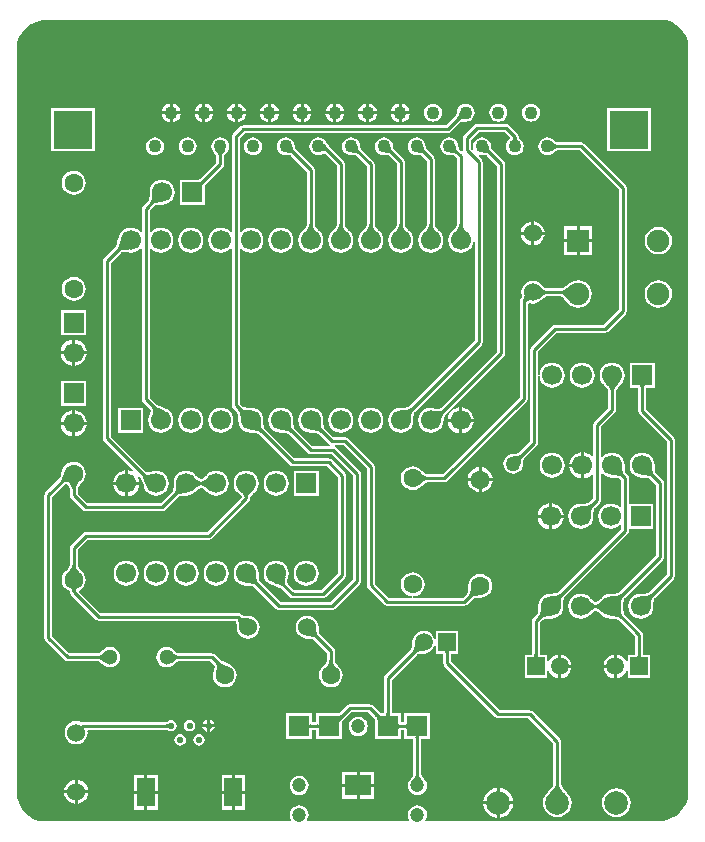
<source format=gtl>
G04 Layer_Physical_Order=1*
G04 Layer_Color=255*
%FSLAX25Y25*%
%MOIN*%
G70*
G01*
G75*
%ADD10C,0.01000*%
%ADD11C,0.04724*%
%ADD12R,0.08661X0.07087*%
%ADD13R,0.07087X0.07087*%
%ADD14C,0.06693*%
%ADD15R,0.06693X0.06693*%
%ADD16C,0.06299*%
%ADD17C,0.02165*%
%ADD18R,0.05906X0.09449*%
%ADD19C,0.06000*%
%ADD20C,0.05118*%
%ADD21R,0.06693X0.06693*%
%ADD22R,0.05906X0.05906*%
%ADD23C,0.05906*%
%ADD24C,0.07874*%
%ADD25C,0.04331*%
%ADD26R,0.12992X0.12992*%
%ADD27R,0.07480X0.07480*%
%ADD28C,0.07480*%
%ADD29C,0.05000*%
G36*
X218771Y275281D02*
X220363Y274622D01*
X221833Y273721D01*
X223035Y272694D01*
X224062Y271492D01*
X224963Y270022D01*
X225622Y268430D01*
X225901Y267268D01*
X225917Y16500D01*
X225919Y16493D01*
X225717Y15655D01*
X225058Y14063D01*
X224158Y12594D01*
X223038Y11283D01*
X221728Y10164D01*
X220258Y9264D01*
X218666Y8604D01*
X217505Y8326D01*
X138431D01*
X138210Y8774D01*
X138290Y8878D01*
X138608Y9647D01*
X138717Y10472D01*
X138608Y11298D01*
X138290Y12067D01*
X137783Y12728D01*
X137122Y13235D01*
X136353Y13553D01*
X135528Y13662D01*
X134702Y13553D01*
X133933Y13235D01*
X133272Y12728D01*
X132765Y12067D01*
X132447Y11298D01*
X132338Y10472D01*
X132447Y9647D01*
X132765Y8878D01*
X132845Y8774D01*
X132624Y8326D01*
X99061D01*
X98840Y8774D01*
X98920Y8878D01*
X99238Y9647D01*
X99347Y10472D01*
X99238Y11298D01*
X98920Y12067D01*
X98413Y12728D01*
X97752Y13235D01*
X96983Y13553D01*
X96157Y13662D01*
X95332Y13553D01*
X94563Y13235D01*
X93902Y12728D01*
X93395Y12067D01*
X93077Y11298D01*
X92968Y10472D01*
X93077Y9647D01*
X93395Y8878D01*
X93475Y8774D01*
X93254Y8326D01*
X9961D01*
X9155Y8519D01*
X7563Y9178D01*
X6094Y10079D01*
X4891Y11106D01*
X3864Y12308D01*
X2964Y13778D01*
X2304Y15370D01*
X2025Y16532D01*
Y267313D01*
X2225Y268145D01*
X2885Y269737D01*
X3785Y271206D01*
X4904Y272516D01*
X6215Y273636D01*
X7684Y274536D01*
X9276Y275196D01*
X10438Y275475D01*
X217966D01*
X218771Y275281D01*
D02*
G37*
%LPC*%
G36*
X38000Y125318D02*
X37365Y125235D01*
X36308Y124797D01*
X35400Y124100D01*
X34703Y123192D01*
X34265Y122135D01*
X34182Y121500D01*
X38000D01*
Y125318D01*
D02*
G37*
G36*
X190000Y126500D02*
X186182D01*
X186265Y125865D01*
X186703Y124808D01*
X187400Y123900D01*
X188308Y123203D01*
X189365Y122765D01*
X190000Y122682D01*
Y126500D01*
D02*
G37*
G36*
X156000Y121717D02*
X152380D01*
X152457Y121133D01*
X152875Y120124D01*
X153541Y119257D01*
X154407Y118592D01*
X155417Y118174D01*
X156000Y118097D01*
Y121717D01*
D02*
G37*
G36*
X102647Y125146D02*
X94353D01*
Y116853D01*
X102647D01*
Y125146D01*
D02*
G37*
G36*
X160620Y121717D02*
X157000D01*
Y118097D01*
X157583Y118174D01*
X158593Y118592D01*
X159459Y119257D01*
X160125Y120124D01*
X160543Y121133D01*
X160620Y121717D01*
D02*
G37*
G36*
X190000Y131318D02*
X189365Y131235D01*
X188308Y130797D01*
X187400Y130100D01*
X186703Y129192D01*
X186265Y128135D01*
X186182Y127500D01*
X190000D01*
Y131318D01*
D02*
G37*
G36*
X200500Y161182D02*
X199418Y161040D01*
X198409Y160622D01*
X197543Y159957D01*
X196878Y159091D01*
X196460Y158082D01*
X196318Y157000D01*
X196460Y155918D01*
X196878Y154909D01*
X197543Y154043D01*
X197662Y153952D01*
X197911Y153699D01*
X198467Y153070D01*
X198674Y152798D01*
X198848Y152542D01*
X198983Y152310D01*
X199080Y152105D01*
X199142Y151931D01*
X199173Y151791D01*
X199174Y151774D01*
Y146049D01*
X194563Y141437D01*
X194275Y141007D01*
X194175Y140500D01*
Y130129D01*
X193701Y129968D01*
X193600Y130100D01*
X192692Y130797D01*
X191635Y131235D01*
X191000Y131318D01*
Y127000D01*
Y122682D01*
X191635Y122765D01*
X192692Y123203D01*
X193600Y123900D01*
X193701Y124032D01*
X194175Y123871D01*
Y116049D01*
X192758Y114633D01*
X192745Y114621D01*
X192623Y114545D01*
X192457Y114466D01*
X192244Y114390D01*
X191984Y114321D01*
X191680Y114262D01*
X191341Y114217D01*
X190504Y114165D01*
X190148Y114163D01*
X190000Y114182D01*
X188918Y114040D01*
X187909Y113622D01*
X187043Y112957D01*
X186378Y112091D01*
X185960Y111082D01*
X185818Y110000D01*
X185960Y108918D01*
X186378Y107909D01*
X187043Y107043D01*
X187909Y106378D01*
X188918Y105960D01*
X190000Y105818D01*
X191082Y105960D01*
X192091Y106378D01*
X192957Y107043D01*
X193622Y107909D01*
X194040Y108918D01*
X194182Y110000D01*
X194163Y110149D01*
X194165Y110504D01*
X194217Y111341D01*
X194262Y111680D01*
X194321Y111984D01*
X194390Y112244D01*
X194466Y112457D01*
X194545Y112624D01*
X194621Y112745D01*
X194633Y112758D01*
X196437Y114563D01*
X196725Y114993D01*
X196826Y115500D01*
Y124156D01*
X197326Y124326D01*
X197543Y124043D01*
X198409Y123378D01*
X199418Y122960D01*
X200500Y122818D01*
X200648Y122837D01*
X201004Y122835D01*
X201841Y122783D01*
X202180Y122738D01*
X202484Y122679D01*
X202744Y122610D01*
X202957Y122534D01*
X203123Y122455D01*
X203245Y122379D01*
X203258Y122367D01*
X203521Y122105D01*
Y113000D01*
X203047Y112840D01*
X202957Y112957D01*
X202091Y113622D01*
X201082Y114040D01*
X200000Y114182D01*
X198918Y114040D01*
X197909Y113622D01*
X197043Y112957D01*
X196378Y112091D01*
X195960Y111082D01*
X195818Y110000D01*
X195960Y108918D01*
X196378Y107909D01*
X197043Y107043D01*
X197909Y106378D01*
X198918Y105960D01*
X200000Y105818D01*
X201082Y105960D01*
X202091Y106378D01*
X202957Y107043D01*
X203047Y107160D01*
X203521Y107000D01*
Y105703D01*
X182577Y84759D01*
X182569Y84752D01*
X182448Y84675D01*
X182277Y84591D01*
X182057Y84508D01*
X181788Y84427D01*
X181489Y84358D01*
X180246Y84189D01*
X180053Y84175D01*
X180000Y84182D01*
X179832Y84160D01*
X179760Y84155D01*
X179728Y84146D01*
X178918Y84040D01*
X177909Y83622D01*
X177043Y82957D01*
X176378Y82091D01*
X175960Y81082D01*
X175818Y80000D01*
X175837Y79852D01*
X175835Y79496D01*
X175783Y78659D01*
X175738Y78320D01*
X175679Y78016D01*
X175610Y77756D01*
X175534Y77543D01*
X175455Y77377D01*
X175379Y77255D01*
X175367Y77242D01*
X174063Y75937D01*
X173775Y75507D01*
X173674Y75000D01*
Y63753D01*
X171310D01*
Y56247D01*
X178816D01*
Y58314D01*
X179316Y58413D01*
X179484Y58007D01*
X180118Y57181D01*
X180944Y56547D01*
X181905Y56149D01*
X182437Y56079D01*
Y60000D01*
Y63921D01*
X181905Y63851D01*
X180944Y63453D01*
X180118Y62819D01*
X179484Y61993D01*
X179316Y61586D01*
X178816Y61686D01*
Y63753D01*
X176326D01*
Y74451D01*
X177242Y75367D01*
X177255Y75379D01*
X177376Y75455D01*
X177543Y75534D01*
X177756Y75611D01*
X178016Y75679D01*
X178320Y75738D01*
X178659Y75783D01*
X179496Y75835D01*
X179851Y75837D01*
X180000Y75818D01*
X181082Y75960D01*
X182091Y76378D01*
X182957Y77043D01*
X183622Y77909D01*
X184040Y78918D01*
X184182Y80000D01*
X184148Y80257D01*
X184152Y80281D01*
X184119Y81185D01*
X184131Y81551D01*
X184160Y81884D01*
X184205Y82176D01*
X184263Y82425D01*
X184332Y82629D01*
X184406Y82791D01*
X184482Y82911D01*
X184497Y82930D01*
X205784Y104216D01*
X206071Y104646D01*
X206172Y105154D01*
Y105853D01*
X214146D01*
Y114146D01*
X206172D01*
Y122653D01*
X206071Y123161D01*
X205784Y123591D01*
X205133Y124242D01*
X205121Y124255D01*
X205045Y124376D01*
X204966Y124543D01*
X204890Y124756D01*
X204821Y125016D01*
X204762Y125320D01*
X204717Y125659D01*
X204665Y126496D01*
X204663Y126851D01*
X204682Y127000D01*
X204540Y128082D01*
X204122Y129091D01*
X203457Y129957D01*
X202591Y130622D01*
X201582Y131040D01*
X200500Y131182D01*
X199418Y131040D01*
X198409Y130622D01*
X197543Y129957D01*
X197326Y129674D01*
X196826Y129844D01*
Y139951D01*
X201437Y144563D01*
X201725Y144993D01*
X201825Y145500D01*
Y151774D01*
X201827Y151791D01*
X201858Y151931D01*
X201920Y152105D01*
X202017Y152310D01*
X202152Y152542D01*
X202326Y152798D01*
X202533Y153070D01*
X203089Y153699D01*
X203338Y153952D01*
X203457Y154043D01*
X204122Y154909D01*
X204540Y155918D01*
X204682Y157000D01*
X204540Y158082D01*
X204122Y159091D01*
X203457Y159957D01*
X202591Y160622D01*
X201582Y161040D01*
X200500Y161182D01*
D02*
G37*
G36*
X180500Y131182D02*
X179418Y131040D01*
X178409Y130622D01*
X177543Y129957D01*
X176878Y129091D01*
X176460Y128082D01*
X176318Y127000D01*
X176460Y125918D01*
X176878Y124909D01*
X177543Y124043D01*
X178409Y123378D01*
X179418Y122960D01*
X180500Y122818D01*
X181582Y122960D01*
X182591Y123378D01*
X183457Y124043D01*
X184122Y124909D01*
X184540Y125918D01*
X184682Y127000D01*
X184540Y128082D01*
X184122Y129091D01*
X183457Y129957D01*
X182591Y130622D01*
X181582Y131040D01*
X180500Y131182D01*
D02*
G37*
G36*
X156000Y126336D02*
X155417Y126259D01*
X154407Y125841D01*
X153541Y125176D01*
X152875Y124309D01*
X152457Y123300D01*
X152380Y122717D01*
X156000D01*
Y126336D01*
D02*
G37*
G36*
X157000Y126336D02*
Y122717D01*
X160620D01*
X160543Y123300D01*
X160125Y124309D01*
X159459Y125176D01*
X158593Y125841D01*
X157583Y126259D01*
X157000Y126336D01*
D02*
G37*
G36*
X88500Y125182D02*
X87418Y125040D01*
X86409Y124622D01*
X85543Y123957D01*
X84878Y123091D01*
X84460Y122082D01*
X84318Y121000D01*
X84460Y119918D01*
X84878Y118909D01*
X85543Y118043D01*
X86409Y117378D01*
X87418Y116960D01*
X88500Y116818D01*
X89582Y116960D01*
X90591Y117378D01*
X91457Y118043D01*
X92122Y118909D01*
X92540Y119918D01*
X92682Y121000D01*
X92540Y122082D01*
X92122Y123091D01*
X91457Y123957D01*
X90591Y124622D01*
X89582Y125040D01*
X88500Y125182D01*
D02*
G37*
G36*
X179500Y109500D02*
X175682D01*
X175765Y108865D01*
X176203Y107808D01*
X176900Y106900D01*
X177808Y106203D01*
X178865Y105765D01*
X179500Y105682D01*
Y109500D01*
D02*
G37*
G36*
X184318D02*
X180500D01*
Y105682D01*
X181135Y105765D01*
X182192Y106203D01*
X183100Y106900D01*
X183797Y107808D01*
X184235Y108865D01*
X184318Y109500D01*
D02*
G37*
G36*
X98500Y95182D02*
X97418Y95040D01*
X96409Y94622D01*
X95543Y93957D01*
X94878Y93091D01*
X94460Y92082D01*
X94318Y91000D01*
X94460Y89918D01*
X94878Y88909D01*
X95543Y88043D01*
X96409Y87378D01*
X97418Y86960D01*
X98500Y86818D01*
X99582Y86960D01*
X100591Y87378D01*
X101457Y88043D01*
X102122Y88909D01*
X102540Y89918D01*
X102682Y91000D01*
X102540Y92082D01*
X102122Y93091D01*
X101457Y93957D01*
X100591Y94622D01*
X99582Y95040D01*
X98500Y95182D01*
D02*
G37*
G36*
X58500D02*
X57418Y95040D01*
X56409Y94622D01*
X55543Y93957D01*
X54878Y93091D01*
X54460Y92082D01*
X54318Y91000D01*
X54460Y89918D01*
X54878Y88909D01*
X55543Y88043D01*
X56409Y87378D01*
X57418Y86960D01*
X58500Y86818D01*
X59582Y86960D01*
X60591Y87378D01*
X61457Y88043D01*
X62122Y88909D01*
X62540Y89918D01*
X62682Y91000D01*
X62540Y92082D01*
X62122Y93091D01*
X61457Y93957D01*
X60591Y94622D01*
X59582Y95040D01*
X58500Y95182D01*
D02*
G37*
G36*
X68500D02*
X67418Y95040D01*
X66409Y94622D01*
X65543Y93957D01*
X64878Y93091D01*
X64460Y92082D01*
X64318Y91000D01*
X64460Y89918D01*
X64878Y88909D01*
X65543Y88043D01*
X66409Y87378D01*
X67418Y86960D01*
X68500Y86818D01*
X69582Y86960D01*
X70591Y87378D01*
X71457Y88043D01*
X72122Y88909D01*
X72540Y89918D01*
X72682Y91000D01*
X72540Y92082D01*
X72122Y93091D01*
X71457Y93957D01*
X70591Y94622D01*
X69582Y95040D01*
X68500Y95182D01*
D02*
G37*
G36*
X42818Y120500D02*
X39000D01*
Y116682D01*
X39635Y116765D01*
X40692Y117203D01*
X41600Y117900D01*
X42297Y118808D01*
X42735Y119865D01*
X42818Y120500D01*
D02*
G37*
G36*
X21000Y128200D02*
X19969Y128065D01*
X19008Y127666D01*
X18183Y127033D01*
X17550Y126208D01*
X17152Y125248D01*
X17139Y125149D01*
X16897Y124356D01*
X16628Y123574D01*
X16386Y122974D01*
X16285Y122762D01*
X16195Y122599D01*
X16137Y122511D01*
X11563Y117937D01*
X11275Y117507D01*
X11174Y117000D01*
Y69500D01*
X11275Y68993D01*
X11563Y68563D01*
X18063Y62063D01*
X18493Y61775D01*
X19000Y61674D01*
X29105D01*
X29199Y61656D01*
X29323Y61617D01*
X29466Y61557D01*
X29627Y61471D01*
X29803Y61360D01*
X29986Y61227D01*
X30422Y60853D01*
X30596Y60682D01*
X30656Y60604D01*
X31357Y60066D01*
X32174Y59727D01*
X33051Y59612D01*
X33928Y59727D01*
X34745Y60066D01*
X35447Y60604D01*
X35985Y61306D01*
X36324Y62123D01*
X36439Y63000D01*
X36324Y63877D01*
X35985Y64694D01*
X35447Y65396D01*
X34745Y65934D01*
X33928Y66273D01*
X33051Y66388D01*
X32174Y66273D01*
X31357Y65934D01*
X30656Y65396D01*
X30603Y65327D01*
X30192Y64940D01*
X29994Y64779D01*
X29803Y64640D01*
X29627Y64529D01*
X29466Y64443D01*
X29323Y64382D01*
X29199Y64344D01*
X29105Y64325D01*
X19549D01*
X13826Y70049D01*
Y116451D01*
X17820Y120446D01*
X17838Y120461D01*
X17943Y120526D01*
X18068Y120580D01*
X18219Y120622D01*
X18402Y120648D01*
X18619Y120655D01*
X18870Y120639D01*
X18917Y120633D01*
X19032Y120502D01*
X19221Y120252D01*
X19379Y120015D01*
X19502Y119801D01*
X19589Y119612D01*
X19645Y119451D01*
X19674Y119320D01*
X19674Y119313D01*
Y117000D01*
X19775Y116493D01*
X20063Y116063D01*
X24063Y112063D01*
X24493Y111775D01*
X25000Y111674D01*
X50500D01*
X51007Y111775D01*
X51437Y112063D01*
X55742Y116367D01*
X55755Y116379D01*
X55876Y116455D01*
X56043Y116534D01*
X56256Y116610D01*
X56516Y116679D01*
X56820Y116738D01*
X57159Y116783D01*
X57996Y116835D01*
X58351Y116837D01*
X58500Y116818D01*
X59582Y116960D01*
X60591Y117378D01*
X61457Y118043D01*
X61549Y118162D01*
X61801Y118411D01*
X62430Y118967D01*
X62702Y119175D01*
X62958Y119348D01*
X63190Y119483D01*
X63395Y119580D01*
X63500Y119617D01*
X63605Y119580D01*
X63810Y119483D01*
X64042Y119348D01*
X64298Y119175D01*
X64570Y118967D01*
X65199Y118411D01*
X65452Y118162D01*
X65543Y118043D01*
X66409Y117378D01*
X67418Y116960D01*
X68500Y116818D01*
X69582Y116960D01*
X70591Y117378D01*
X71457Y118043D01*
X72122Y118909D01*
X72540Y119918D01*
X72682Y121000D01*
X72540Y122082D01*
X72122Y123091D01*
X71457Y123957D01*
X70591Y124622D01*
X69582Y125040D01*
X68500Y125182D01*
X67418Y125040D01*
X66409Y124622D01*
X65543Y123957D01*
X65452Y123838D01*
X65199Y123589D01*
X64570Y123033D01*
X64298Y122826D01*
X64042Y122652D01*
X63810Y122517D01*
X63605Y122420D01*
X63500Y122383D01*
X63395Y122420D01*
X63190Y122517D01*
X62958Y122652D01*
X62702Y122826D01*
X62430Y123033D01*
X61801Y123589D01*
X61549Y123838D01*
X61457Y123957D01*
X60591Y124622D01*
X59582Y125040D01*
X58500Y125182D01*
X57418Y125040D01*
X56409Y124622D01*
X55543Y123957D01*
X54878Y123091D01*
X54460Y122082D01*
X54318Y121000D01*
X54337Y120852D01*
X54335Y120496D01*
X54283Y119659D01*
X54238Y119320D01*
X54179Y119016D01*
X54110Y118756D01*
X54034Y118543D01*
X53955Y118377D01*
X53879Y118255D01*
X53867Y118242D01*
X49951Y114325D01*
X25549D01*
X22325Y117549D01*
Y119313D01*
X22326Y119320D01*
X22355Y119451D01*
X22411Y119612D01*
X22498Y119801D01*
X22621Y120015D01*
X22779Y120252D01*
X22968Y120502D01*
X23478Y121083D01*
X23708Y121316D01*
X23817Y121400D01*
X24450Y122225D01*
X24848Y123186D01*
X24984Y124216D01*
X24848Y125248D01*
X24450Y126208D01*
X23817Y127033D01*
X22992Y127666D01*
X22031Y128065D01*
X21000Y128200D01*
D02*
G37*
G36*
X38000Y120500D02*
X34182D01*
X34265Y119865D01*
X34703Y118808D01*
X35400Y117900D01*
X36308Y117203D01*
X37365Y116765D01*
X38000Y116682D01*
Y120500D01*
D02*
G37*
G36*
X179500Y114318D02*
X178865Y114235D01*
X177808Y113797D01*
X176900Y113100D01*
X176203Y112192D01*
X175765Y111135D01*
X175682Y110500D01*
X179500D01*
Y114318D01*
D02*
G37*
G36*
X180500D02*
Y110500D01*
X184318D01*
X184235Y111135D01*
X183797Y112192D01*
X183100Y113100D01*
X182192Y113797D01*
X181135Y114235D01*
X180500Y114318D01*
D02*
G37*
G36*
X100000Y146182D02*
X98918Y146040D01*
X97909Y145622D01*
X97043Y144957D01*
X96378Y144091D01*
X95960Y143082D01*
X95818Y142000D01*
X95960Y140918D01*
X96378Y139909D01*
X97043Y139043D01*
X97909Y138378D01*
X98918Y137960D01*
X100000Y137818D01*
X100148Y137837D01*
X100504Y137835D01*
X101341Y137783D01*
X101680Y137738D01*
X101984Y137679D01*
X102244Y137610D01*
X102457Y137534D01*
X102623Y137455D01*
X102745Y137379D01*
X102758Y137367D01*
X106063Y134063D01*
X106418Y133826D01*
X106398Y133506D01*
X106335Y133326D01*
X100549D01*
X94633Y139242D01*
X94621Y139255D01*
X94545Y139376D01*
X94466Y139543D01*
X94389Y139756D01*
X94321Y140016D01*
X94262Y140320D01*
X94217Y140659D01*
X94165Y141496D01*
X94163Y141851D01*
X94182Y142000D01*
X94040Y143082D01*
X93622Y144091D01*
X92957Y144957D01*
X92091Y145622D01*
X91082Y146040D01*
X90000Y146182D01*
X88918Y146040D01*
X87909Y145622D01*
X87043Y144957D01*
X86378Y144091D01*
X85960Y143082D01*
X85818Y142000D01*
X85960Y140918D01*
X86378Y139909D01*
X87043Y139043D01*
X87909Y138378D01*
X88918Y137960D01*
X90000Y137818D01*
X90149Y137837D01*
X90504Y137835D01*
X91341Y137783D01*
X91680Y137738D01*
X91984Y137679D01*
X92244Y137610D01*
X92457Y137534D01*
X92624Y137455D01*
X92745Y137379D01*
X92758Y137367D01*
X99063Y131063D01*
X99493Y130775D01*
X100000Y130675D01*
X106951D01*
X114174Y123451D01*
Y89049D01*
X106451Y81326D01*
X90049D01*
X83133Y88242D01*
X83121Y88255D01*
X83045Y88376D01*
X82966Y88543D01*
X82889Y88756D01*
X82821Y89016D01*
X82762Y89320D01*
X82717Y89659D01*
X82665Y90496D01*
X82663Y90851D01*
X82682Y91000D01*
X82540Y92082D01*
X82122Y93091D01*
X81457Y93957D01*
X80591Y94622D01*
X79582Y95040D01*
X78500Y95182D01*
X77418Y95040D01*
X76409Y94622D01*
X75543Y93957D01*
X74878Y93091D01*
X74460Y92082D01*
X74318Y91000D01*
X74460Y89918D01*
X74878Y88909D01*
X75543Y88043D01*
X76409Y87378D01*
X77418Y86960D01*
X78500Y86818D01*
X78649Y86837D01*
X79004Y86835D01*
X79841Y86783D01*
X80180Y86738D01*
X80484Y86679D01*
X80744Y86611D01*
X80957Y86534D01*
X81124Y86455D01*
X81245Y86379D01*
X81258Y86367D01*
X88563Y79063D01*
X88993Y78775D01*
X89500Y78675D01*
X107000D01*
X107507Y78775D01*
X107937Y79063D01*
X116437Y87563D01*
X116725Y87993D01*
X116825Y88500D01*
Y124000D01*
X116725Y124507D01*
X116437Y124937D01*
X108437Y132937D01*
X108082Y133175D01*
X108102Y133494D01*
X108165Y133675D01*
X110951D01*
X118675Y125951D01*
Y87000D01*
X118775Y86493D01*
X119063Y86063D01*
X124563Y80563D01*
X124993Y80275D01*
X125500Y80174D01*
X151216D01*
X151724Y80275D01*
X152154Y80563D01*
X153970Y82379D01*
X153975Y82383D01*
X154088Y82456D01*
X154241Y82530D01*
X154437Y82602D01*
X154675Y82667D01*
X154955Y82723D01*
X155265Y82765D01*
X156037Y82815D01*
X156365Y82818D01*
X156500Y82800D01*
X157531Y82936D01*
X158492Y83333D01*
X159317Y83967D01*
X159950Y84792D01*
X160348Y85752D01*
X160484Y86783D01*
X160348Y87814D01*
X159950Y88775D01*
X159317Y89600D01*
X158492Y90233D01*
X157531Y90631D01*
X156500Y90767D01*
X155469Y90631D01*
X154508Y90233D01*
X153683Y89600D01*
X153050Y88775D01*
X152652Y87814D01*
X152516Y86783D01*
X152534Y86648D01*
X152532Y86320D01*
X152482Y85548D01*
X152439Y85238D01*
X152383Y84959D01*
X152318Y84721D01*
X152246Y84525D01*
X152172Y84371D01*
X152100Y84259D01*
X152096Y84254D01*
X150668Y82825D01*
X134228D01*
X134195Y83325D01*
X134289Y83338D01*
X135031Y83435D01*
X135992Y83833D01*
X136817Y84467D01*
X137450Y85292D01*
X137848Y86252D01*
X137984Y87283D01*
X137848Y88314D01*
X137450Y89275D01*
X136817Y90100D01*
X135992Y90733D01*
X135031Y91131D01*
X134000Y91267D01*
X132969Y91131D01*
X132008Y90733D01*
X131183Y90100D01*
X130550Y89275D01*
X130152Y88314D01*
X130016Y87283D01*
X130152Y86252D01*
X130550Y85292D01*
X131183Y84467D01*
X132008Y83833D01*
X132969Y83435D01*
X133712Y83338D01*
X133805Y83325D01*
X133772Y82825D01*
X126049D01*
X121326Y87549D01*
Y126500D01*
X121225Y127007D01*
X120937Y127437D01*
X112437Y135937D01*
X112007Y136225D01*
X111500Y136326D01*
X107549D01*
X104633Y139242D01*
X104621Y139255D01*
X104545Y139376D01*
X104466Y139543D01*
X104390Y139756D01*
X104321Y140016D01*
X104262Y140320D01*
X104217Y140659D01*
X104165Y141496D01*
X104163Y141851D01*
X104182Y142000D01*
X104040Y143082D01*
X103622Y144091D01*
X102957Y144957D01*
X102091Y145622D01*
X101082Y146040D01*
X100000Y146182D01*
D02*
G37*
G36*
X178913Y236310D02*
X178139Y236208D01*
X177418Y235909D01*
X176798Y235434D01*
X176323Y234814D01*
X176024Y234093D01*
X175923Y233319D01*
X176024Y232545D01*
X176323Y231823D01*
X176798Y231204D01*
X177418Y230729D01*
X178139Y230430D01*
X178913Y230328D01*
X179688Y230430D01*
X180409Y230729D01*
X181028Y231204D01*
X181072Y231261D01*
X181213Y231399D01*
X181376Y231543D01*
X181532Y231666D01*
X181677Y231767D01*
X181813Y231848D01*
X181937Y231910D01*
X182049Y231953D01*
X182149Y231982D01*
X182217Y231993D01*
X189632D01*
X202675Y218951D01*
Y179049D01*
X197451Y173826D01*
X181500D01*
X180993Y173725D01*
X180563Y173437D01*
X173563Y166437D01*
X173275Y166007D01*
X173175Y165500D01*
Y135049D01*
X169285Y131160D01*
X169209Y131108D01*
X169098Y131050D01*
X168959Y130993D01*
X168792Y130941D01*
X168595Y130896D01*
X168381Y130861D01*
X167829Y130819D01*
X167593Y130816D01*
X167500Y130828D01*
X166639Y130715D01*
X165836Y130383D01*
X165146Y129854D01*
X164618Y129164D01*
X164285Y128361D01*
X164172Y127500D01*
X164285Y126638D01*
X164618Y125836D01*
X165146Y125146D01*
X165836Y124618D01*
X166639Y124285D01*
X167500Y124171D01*
X168361Y124285D01*
X169164Y124618D01*
X169854Y125146D01*
X170382Y125836D01*
X170715Y126638D01*
X170828Y127500D01*
X170818Y127582D01*
X170835Y128127D01*
X170860Y128370D01*
X170896Y128595D01*
X170941Y128792D01*
X170993Y128959D01*
X171049Y129098D01*
X171108Y129209D01*
X171160Y129285D01*
X175437Y133563D01*
X175725Y133993D01*
X175826Y134500D01*
Y156909D01*
X176326Y156941D01*
X176372Y156587D01*
X176460Y155918D01*
X176878Y154909D01*
X177543Y154043D01*
X178409Y153378D01*
X179418Y152960D01*
X180500Y152818D01*
X181582Y152960D01*
X182591Y153378D01*
X183457Y154043D01*
X184122Y154909D01*
X184540Y155918D01*
X184682Y157000D01*
X184540Y158082D01*
X184122Y159091D01*
X183457Y159957D01*
X182591Y160622D01*
X181582Y161040D01*
X180500Y161182D01*
X179418Y161040D01*
X178409Y160622D01*
X177543Y159957D01*
X176878Y159091D01*
X176460Y158082D01*
X176372Y157413D01*
X176326Y157059D01*
X175826Y157091D01*
Y164951D01*
X182049Y171175D01*
X198000D01*
X198507Y171275D01*
X198937Y171563D01*
X204937Y177563D01*
X205225Y177993D01*
X205326Y178500D01*
Y219500D01*
X205225Y220007D01*
X204937Y220437D01*
X191118Y234256D01*
X190688Y234543D01*
X190181Y234644D01*
X182217D01*
X182150Y234656D01*
X182049Y234684D01*
X181937Y234728D01*
X181813Y234790D01*
X181677Y234871D01*
X181541Y234965D01*
X181205Y235247D01*
X181072Y235377D01*
X181028Y235434D01*
X180409Y235909D01*
X179688Y236208D01*
X178913Y236310D01*
D02*
G37*
G36*
X190500Y161182D02*
X189418Y161040D01*
X188409Y160622D01*
X187543Y159957D01*
X186878Y159091D01*
X186460Y158082D01*
X186318Y157000D01*
X186460Y155918D01*
X186878Y154909D01*
X187543Y154043D01*
X188409Y153378D01*
X189418Y152960D01*
X190500Y152818D01*
X191582Y152960D01*
X192591Y153378D01*
X193457Y154043D01*
X194122Y154909D01*
X194540Y155918D01*
X194682Y157000D01*
X194540Y158082D01*
X194122Y159091D01*
X193457Y159957D01*
X192591Y160622D01*
X191582Y161040D01*
X190500Y161182D01*
D02*
G37*
G36*
X25146Y155147D02*
X16854D01*
Y146853D01*
X25146D01*
Y155147D01*
D02*
G37*
G36*
X149500Y146318D02*
X148865Y146235D01*
X147808Y145797D01*
X146900Y145100D01*
X146203Y144192D01*
X145765Y143135D01*
X145682Y142500D01*
X149500D01*
Y146318D01*
D02*
G37*
G36*
X150500D02*
Y142500D01*
X154318D01*
X154235Y143135D01*
X153797Y144192D01*
X153100Y145100D01*
X152192Y145797D01*
X151135Y146235D01*
X150500Y146318D01*
D02*
G37*
G36*
X21500Y168818D02*
Y165000D01*
X25318D01*
X25235Y165635D01*
X24797Y166692D01*
X24100Y167600D01*
X23192Y168297D01*
X22135Y168735D01*
X21500Y168818D01*
D02*
G37*
G36*
X25146Y178647D02*
X16854D01*
Y170353D01*
X25146D01*
Y178647D01*
D02*
G37*
G36*
X20500Y168818D02*
X19865Y168735D01*
X18808Y168297D01*
X17900Y167600D01*
X17203Y166692D01*
X16765Y165635D01*
X16682Y165000D01*
X20500D01*
Y168818D01*
D02*
G37*
G36*
Y164000D02*
X16682D01*
X16765Y163365D01*
X17203Y162308D01*
X17900Y161400D01*
X18808Y160703D01*
X19865Y160265D01*
X20500Y160182D01*
Y164000D01*
D02*
G37*
G36*
X25318D02*
X21500D01*
Y160182D01*
X22135Y160265D01*
X23192Y160703D01*
X24100Y161400D01*
X24797Y162308D01*
X25235Y163365D01*
X25318Y164000D01*
D02*
G37*
G36*
X21500Y145318D02*
Y141500D01*
X25318D01*
X25235Y142135D01*
X24797Y143192D01*
X24100Y144100D01*
X23192Y144797D01*
X22135Y145235D01*
X21500Y145318D01*
D02*
G37*
G36*
X154318Y141500D02*
X150500D01*
Y137682D01*
X151135Y137765D01*
X152192Y138203D01*
X153100Y138900D01*
X153797Y139808D01*
X154235Y140865D01*
X154318Y141500D01*
D02*
G37*
G36*
X60000Y146182D02*
X58918Y146040D01*
X57909Y145622D01*
X57043Y144957D01*
X56378Y144091D01*
X55960Y143082D01*
X55818Y142000D01*
X55960Y140918D01*
X56378Y139909D01*
X57043Y139043D01*
X57909Y138378D01*
X58918Y137960D01*
X60000Y137818D01*
X61082Y137960D01*
X62091Y138378D01*
X62957Y139043D01*
X63622Y139909D01*
X64040Y140918D01*
X64182Y142000D01*
X64040Y143082D01*
X63622Y144091D01*
X62957Y144957D01*
X62091Y145622D01*
X61082Y146040D01*
X60000Y146182D01*
D02*
G37*
G36*
X149500Y141500D02*
X145682D01*
X145765Y140865D01*
X146203Y139808D01*
X146900Y138900D01*
X147808Y138203D01*
X148865Y137765D01*
X149500Y137682D01*
Y141500D01*
D02*
G37*
G36*
X20500Y140500D02*
X16682D01*
X16765Y139865D01*
X17203Y138808D01*
X17900Y137900D01*
X18808Y137203D01*
X19865Y136765D01*
X20500Y136682D01*
Y140500D01*
D02*
G37*
G36*
X25318D02*
X21500D01*
Y136682D01*
X22135Y136765D01*
X23192Y137203D01*
X24100Y137900D01*
X24797Y138808D01*
X25235Y139865D01*
X25318Y140500D01*
D02*
G37*
G36*
X44146Y146147D02*
X35854D01*
Y137854D01*
X44146D01*
Y146147D01*
D02*
G37*
G36*
X20500Y145318D02*
X19865Y145235D01*
X18808Y144797D01*
X17900Y144100D01*
X17203Y143192D01*
X16765Y142135D01*
X16682Y141500D01*
X20500D01*
Y145318D01*
D02*
G37*
G36*
X120000Y146182D02*
X118918Y146040D01*
X117909Y145622D01*
X117043Y144957D01*
X116378Y144091D01*
X115960Y143082D01*
X115818Y142000D01*
X115960Y140918D01*
X116378Y139909D01*
X117043Y139043D01*
X117909Y138378D01*
X118918Y137960D01*
X120000Y137818D01*
X121082Y137960D01*
X122091Y138378D01*
X122957Y139043D01*
X123622Y139909D01*
X124040Y140918D01*
X124182Y142000D01*
X124040Y143082D01*
X123622Y144091D01*
X122957Y144957D01*
X122091Y145622D01*
X121082Y146040D01*
X120000Y146182D01*
D02*
G37*
G36*
X70000D02*
X68918Y146040D01*
X67909Y145622D01*
X67043Y144957D01*
X66378Y144091D01*
X65960Y143082D01*
X65818Y142000D01*
X65960Y140918D01*
X66378Y139909D01*
X67043Y139043D01*
X67909Y138378D01*
X68918Y137960D01*
X70000Y137818D01*
X71082Y137960D01*
X72091Y138378D01*
X72957Y139043D01*
X73622Y139909D01*
X74040Y140918D01*
X74182Y142000D01*
X74040Y143082D01*
X73622Y144091D01*
X72957Y144957D01*
X72091Y145622D01*
X71082Y146040D01*
X70000Y146182D01*
D02*
G37*
G36*
X110000D02*
X108918Y146040D01*
X107909Y145622D01*
X107043Y144957D01*
X106378Y144091D01*
X105960Y143082D01*
X105818Y142000D01*
X105960Y140918D01*
X106378Y139909D01*
X107043Y139043D01*
X107909Y138378D01*
X108918Y137960D01*
X110000Y137818D01*
X111082Y137960D01*
X112091Y138378D01*
X112957Y139043D01*
X113622Y139909D01*
X114040Y140918D01*
X114182Y142000D01*
X114040Y143082D01*
X113622Y144091D01*
X112957Y144957D01*
X112091Y145622D01*
X111082Y146040D01*
X110000Y146182D01*
D02*
G37*
G36*
X96157Y23504D02*
X95332Y23396D01*
X94563Y23077D01*
X93902Y22570D01*
X93395Y21910D01*
X93077Y21140D01*
X92968Y20315D01*
X93077Y19489D01*
X93395Y18720D01*
X93902Y18060D01*
X94563Y17553D01*
X95332Y17234D01*
X96157Y17126D01*
X96983Y17234D01*
X97752Y17553D01*
X98413Y18060D01*
X98920Y18720D01*
X99238Y19489D01*
X99347Y20315D01*
X99238Y21140D01*
X98920Y21910D01*
X98413Y22570D01*
X97752Y23077D01*
X96983Y23396D01*
X96157Y23504D01*
D02*
G37*
G36*
X73717Y23705D02*
X70264D01*
Y18480D01*
X73717D01*
Y23705D01*
D02*
G37*
G36*
X121173Y19815D02*
X116342D01*
Y15772D01*
X121173D01*
Y19815D01*
D02*
G37*
G36*
X163000Y19414D02*
Y15000D01*
X167414D01*
X167310Y15789D01*
X166813Y16990D01*
X166021Y18021D01*
X164990Y18812D01*
X163789Y19310D01*
X163000Y19414D01*
D02*
G37*
G36*
X115342Y19815D02*
X110512D01*
Y15772D01*
X115342D01*
Y19815D01*
D02*
G37*
G36*
X21300Y22184D02*
X20756Y22112D01*
X19783Y21709D01*
X18947Y21068D01*
X18306Y20232D01*
X17903Y19259D01*
X17831Y18715D01*
X21300D01*
Y22184D01*
D02*
G37*
G36*
X22300D02*
Y18715D01*
X25769D01*
X25697Y19259D01*
X25294Y20232D01*
X24653Y21068D01*
X23817Y21709D01*
X22844Y22112D01*
X22300Y22184D01*
D02*
G37*
G36*
X49035Y23705D02*
X45583D01*
Y18480D01*
X49035D01*
Y23705D01*
D02*
G37*
G36*
X78169D02*
X74717D01*
Y18480D01*
X78169D01*
Y23705D01*
D02*
G37*
G36*
X44583D02*
X41130D01*
Y18480D01*
X44583D01*
Y23705D01*
D02*
G37*
G36*
X162000Y19414D02*
X161211Y19310D01*
X160010Y18812D01*
X158979Y18021D01*
X158187Y16990D01*
X157690Y15789D01*
X157586Y15000D01*
X162000D01*
Y19414D01*
D02*
G37*
G36*
X201870Y19278D02*
X200634Y19115D01*
X199481Y18638D01*
X198492Y17878D01*
X197732Y16889D01*
X197255Y15737D01*
X197092Y14500D01*
X197255Y13263D01*
X197732Y12111D01*
X198492Y11122D01*
X199481Y10362D01*
X200634Y9885D01*
X201870Y9722D01*
X203107Y9885D01*
X204259Y10362D01*
X205249Y11122D01*
X206008Y12111D01*
X206485Y13263D01*
X206648Y14500D01*
X206485Y15737D01*
X206008Y16889D01*
X205249Y17878D01*
X204259Y18638D01*
X203107Y19115D01*
X201870Y19278D01*
D02*
G37*
G36*
X44583Y17480D02*
X41130D01*
Y12256D01*
X44583D01*
Y17480D01*
D02*
G37*
G36*
X137626Y71785D02*
X136646Y71656D01*
X135733Y71278D01*
X134950Y70676D01*
X134348Y69893D01*
X133970Y68980D01*
X133841Y68000D01*
X133857Y67878D01*
X133855Y67577D01*
X133807Y66871D01*
X133766Y66590D01*
X133714Y66336D01*
X133652Y66119D01*
X133585Y65940D01*
X133516Y65800D01*
X133449Y65697D01*
X124748Y56996D01*
X124460Y56566D01*
X124360Y56059D01*
Y44343D01*
X123269D01*
X123228Y44372D01*
X122959Y44600D01*
X120622Y46937D01*
X120192Y47225D01*
X119685Y47326D01*
X113000D01*
X112493Y47225D01*
X112063Y46937D01*
X109520Y44394D01*
X109505Y44382D01*
X109468Y44356D01*
X109449Y44343D01*
X101657D01*
Y41326D01*
X100501D01*
Y44343D01*
X91814D01*
Y35657D01*
X100501D01*
Y38675D01*
X101657D01*
Y35657D01*
X110343D01*
Y41196D01*
X110349Y41232D01*
X110366Y41298D01*
X110392Y41370D01*
X110429Y41451D01*
X110478Y41538D01*
X110540Y41633D01*
X110617Y41734D01*
X110661Y41787D01*
X113549Y44675D01*
X119136D01*
X121044Y42767D01*
X121200Y42599D01*
X121307Y42466D01*
X121342Y42416D01*
Y35657D01*
X130028D01*
Y38675D01*
X131184D01*
Y35657D01*
X134202D01*
Y23941D01*
X134187Y23860D01*
X134154Y23748D01*
X134102Y23621D01*
X134028Y23478D01*
X133932Y23322D01*
X133818Y23162D01*
X133490Y22776D01*
X133339Y22622D01*
X133272Y22570D01*
X132765Y21910D01*
X132447Y21140D01*
X132338Y20315D01*
X132447Y19489D01*
X132765Y18720D01*
X133272Y18060D01*
X133933Y17553D01*
X134702Y17234D01*
X135528Y17126D01*
X136353Y17234D01*
X137122Y17553D01*
X137783Y18060D01*
X138290Y18720D01*
X138608Y19489D01*
X138717Y20315D01*
X138608Y21140D01*
X138290Y21910D01*
X137783Y22570D01*
X137724Y22615D01*
X137382Y22980D01*
X137243Y23153D01*
X137123Y23322D01*
X137027Y23478D01*
X136953Y23621D01*
X136901Y23748D01*
X136868Y23860D01*
X136853Y23941D01*
Y35657D01*
X139871D01*
Y44343D01*
X131184D01*
Y41326D01*
X130028D01*
Y44343D01*
X127011D01*
Y55510D01*
X135323Y63823D01*
X135426Y63889D01*
X135566Y63959D01*
X135745Y64026D01*
X135962Y64088D01*
X136216Y64140D01*
X136497Y64181D01*
X137203Y64229D01*
X137503Y64231D01*
X137626Y64215D01*
X138606Y64344D01*
X139518Y64722D01*
X140303Y65324D01*
X140904Y66107D01*
X141282Y67020D01*
X141747Y66902D01*
Y64247D01*
X144175D01*
Y61000D01*
X144275Y60493D01*
X144563Y60063D01*
X161563Y43063D01*
X161993Y42775D01*
X162500Y42674D01*
X172451D01*
X180860Y34266D01*
Y20691D01*
X180855Y20641D01*
X180814Y20473D01*
X180734Y20261D01*
X180609Y20011D01*
X180437Y19726D01*
X180228Y19426D01*
X179258Y18298D01*
X178957Y17994D01*
X178807Y17878D01*
X178047Y16889D01*
X177570Y15737D01*
X177407Y14500D01*
X177570Y13263D01*
X178047Y12111D01*
X178807Y11122D01*
X179796Y10362D01*
X180948Y9885D01*
X182185Y9722D01*
X183422Y9885D01*
X184574Y10362D01*
X185564Y11122D01*
X186323Y12111D01*
X186800Y13263D01*
X186963Y14500D01*
X186800Y15737D01*
X186323Y16889D01*
X185564Y17878D01*
X185413Y17994D01*
X185106Y18304D01*
X184416Y19075D01*
X184153Y19411D01*
X183933Y19726D01*
X183761Y20011D01*
X183636Y20261D01*
X183556Y20473D01*
X183515Y20641D01*
X183510Y20691D01*
Y34815D01*
X183410Y35322D01*
X183122Y35752D01*
X173937Y44937D01*
X173507Y45225D01*
X173000Y45325D01*
X163049D01*
X146826Y61549D01*
Y64247D01*
X149253D01*
Y71753D01*
X141747D01*
Y69098D01*
X141282Y68980D01*
X140904Y69893D01*
X140303Y70676D01*
X139518Y71278D01*
X138606Y71656D01*
X137626Y71785D01*
D02*
G37*
G36*
X162000Y14000D02*
X157586D01*
X157690Y13211D01*
X158187Y12010D01*
X158979Y10979D01*
X160010Y10187D01*
X161211Y9690D01*
X162000Y9586D01*
Y14000D01*
D02*
G37*
G36*
X167414D02*
X163000D01*
Y9586D01*
X163789Y9690D01*
X164990Y10187D01*
X166021Y10979D01*
X166813Y12010D01*
X167310Y13211D01*
X167414Y14000D01*
D02*
G37*
G36*
X21300Y17715D02*
X17831D01*
X17903Y17171D01*
X18306Y16198D01*
X18947Y15362D01*
X19783Y14721D01*
X20756Y14318D01*
X21300Y14246D01*
Y17715D01*
D02*
G37*
G36*
X25769D02*
X22300D01*
Y14246D01*
X22844Y14318D01*
X23817Y14721D01*
X24653Y15362D01*
X25294Y16198D01*
X25697Y17171D01*
X25769Y17715D01*
D02*
G37*
G36*
X78169Y17480D02*
X74717D01*
Y12256D01*
X78169D01*
Y17480D01*
D02*
G37*
G36*
X49035Y17480D02*
X45583D01*
Y12256D01*
X49035D01*
Y17480D01*
D02*
G37*
G36*
X73717Y17480D02*
X70264D01*
Y12256D01*
X73717D01*
Y17480D01*
D02*
G37*
G36*
X115342Y24858D02*
X110512D01*
Y20815D01*
X115342D01*
Y24858D01*
D02*
G37*
G36*
X201063Y63921D02*
X200531Y63851D01*
X199570Y63453D01*
X198744Y62819D01*
X198110Y61993D01*
X197712Y61032D01*
X197642Y60500D01*
X201063D01*
Y63921D01*
D02*
G37*
G36*
X183437D02*
Y60500D01*
X186858D01*
X186788Y61032D01*
X186390Y61993D01*
X185756Y62819D01*
X184930Y63453D01*
X183969Y63851D01*
X183437Y63921D01*
D02*
G37*
G36*
X201063Y59500D02*
X197642D01*
X197712Y58968D01*
X198110Y58007D01*
X198744Y57181D01*
X199570Y56547D01*
X200531Y56149D01*
X201063Y56079D01*
Y59500D01*
D02*
G37*
G36*
X98843Y76833D02*
X97851Y76702D01*
X96926Y76319D01*
X96132Y75710D01*
X95523Y74916D01*
X95140Y73992D01*
X95010Y73000D01*
X95140Y72008D01*
X95523Y71084D01*
X96132Y70290D01*
X96926Y69681D01*
X97851Y69298D01*
X98843Y69167D01*
X98968Y69184D01*
X99275Y69182D01*
X99997Y69133D01*
X100285Y69092D01*
X100546Y69039D01*
X100767Y68976D01*
X100950Y68908D01*
X101094Y68837D01*
X101199Y68769D01*
X105391Y64577D01*
Y61903D01*
X105391Y61897D01*
X105362Y61766D01*
X105306Y61605D01*
X105218Y61416D01*
X105096Y61201D01*
X104938Y60964D01*
X104749Y60715D01*
X104238Y60133D01*
X104008Y59900D01*
X103900Y59817D01*
X103267Y58992D01*
X102869Y58031D01*
X102733Y57000D01*
X102869Y55969D01*
X103267Y55008D01*
X103900Y54183D01*
X104725Y53550D01*
X105685Y53152D01*
X106717Y53016D01*
X107748Y53152D01*
X108708Y53550D01*
X109533Y54183D01*
X110167Y55008D01*
X110564Y55969D01*
X110700Y57000D01*
X110564Y58031D01*
X110167Y58992D01*
X109533Y59817D01*
X109425Y59900D01*
X109195Y60134D01*
X108684Y60715D01*
X108495Y60964D01*
X108337Y61201D01*
X108215Y61416D01*
X108127Y61605D01*
X108071Y61766D01*
X108043Y61897D01*
X108042Y61903D01*
Y65126D01*
X107941Y65633D01*
X107654Y66063D01*
X103074Y70643D01*
X103005Y70749D01*
X102935Y70892D01*
X102866Y71075D01*
X102804Y71297D01*
X102751Y71557D01*
X102709Y71846D01*
X102661Y72567D01*
X102659Y72874D01*
X102675Y73000D01*
X102545Y73992D01*
X102162Y74916D01*
X101553Y75710D01*
X100759Y76319D01*
X99835Y76702D01*
X98843Y76833D01*
D02*
G37*
G36*
X186858Y59500D02*
X183437D01*
Y56079D01*
X183969Y56149D01*
X184930Y56547D01*
X185756Y57181D01*
X186390Y58007D01*
X186788Y58968D01*
X186858Y59500D01*
D02*
G37*
G36*
X38500Y95182D02*
X37418Y95040D01*
X36409Y94622D01*
X35543Y93957D01*
X34878Y93091D01*
X34460Y92082D01*
X34318Y91000D01*
X34460Y89918D01*
X34878Y88909D01*
X35543Y88043D01*
X36409Y87378D01*
X37418Y86960D01*
X38500Y86818D01*
X39582Y86960D01*
X40591Y87378D01*
X41457Y88043D01*
X42122Y88909D01*
X42540Y89918D01*
X42682Y91000D01*
X42540Y92082D01*
X42122Y93091D01*
X41457Y93957D01*
X40591Y94622D01*
X39582Y95040D01*
X38500Y95182D01*
D02*
G37*
G36*
X48500D02*
X47418Y95040D01*
X46409Y94622D01*
X45543Y93957D01*
X44878Y93091D01*
X44460Y92082D01*
X44318Y91000D01*
X44460Y89918D01*
X44878Y88909D01*
X45543Y88043D01*
X46409Y87378D01*
X47418Y86960D01*
X48500Y86818D01*
X49582Y86960D01*
X50591Y87378D01*
X51457Y88043D01*
X52122Y88909D01*
X52540Y89918D01*
X52682Y91000D01*
X52540Y92082D01*
X52122Y93091D01*
X51457Y93957D01*
X50591Y94622D01*
X49582Y95040D01*
X48500Y95182D01*
D02*
G37*
G36*
X214647Y161146D02*
X206353D01*
Y152854D01*
X209174D01*
Y145000D01*
X209275Y144493D01*
X209563Y144063D01*
X218674Y134951D01*
Y90549D01*
X212758Y84633D01*
X212745Y84621D01*
X212624Y84545D01*
X212457Y84466D01*
X212244Y84390D01*
X211984Y84321D01*
X211680Y84262D01*
X211341Y84217D01*
X210504Y84165D01*
X210149Y84163D01*
X210000Y84182D01*
X208918Y84040D01*
X207909Y83622D01*
X207043Y82957D01*
X206378Y82091D01*
X205960Y81082D01*
X205818Y80000D01*
X205960Y78918D01*
X206378Y77909D01*
X207043Y77043D01*
X207909Y76378D01*
X208918Y75960D01*
X210000Y75818D01*
X211082Y75960D01*
X212091Y76378D01*
X212957Y77043D01*
X213622Y77909D01*
X214040Y78918D01*
X214182Y80000D01*
X214163Y80149D01*
X214165Y80504D01*
X214217Y81341D01*
X214262Y81680D01*
X214321Y81984D01*
X214390Y82244D01*
X214466Y82457D01*
X214545Y82623D01*
X214621Y82745D01*
X214633Y82758D01*
X220937Y89063D01*
X221225Y89493D01*
X221325Y90000D01*
Y135500D01*
X221225Y136007D01*
X220937Y136437D01*
X211825Y145549D01*
Y152854D01*
X214647D01*
Y161146D01*
D02*
G37*
G36*
X78500Y125182D02*
X77418Y125040D01*
X76409Y124622D01*
X75543Y123957D01*
X74878Y123091D01*
X74460Y122082D01*
X74318Y121000D01*
X74460Y119918D01*
X74878Y118909D01*
X75543Y118043D01*
X75984Y117704D01*
X75994Y117689D01*
X76042Y117657D01*
X76081Y117614D01*
X76331Y117426D01*
X76530Y117254D01*
X76700Y117085D01*
X76839Y116920D01*
X76951Y116760D01*
X77039Y116605D01*
X77096Y116471D01*
X65451Y104825D01*
X25000D01*
X24493Y104725D01*
X24063Y104437D01*
X20063Y100437D01*
X19775Y100007D01*
X19674Y99500D01*
Y93687D01*
X19674Y93680D01*
X19645Y93549D01*
X19589Y93388D01*
X19502Y93199D01*
X19379Y92985D01*
X19221Y92748D01*
X19032Y92498D01*
X18522Y91917D01*
X18292Y91684D01*
X18183Y91600D01*
X17550Y90775D01*
X17152Y89815D01*
X17016Y88784D01*
X17152Y87752D01*
X17550Y86792D01*
X18183Y85967D01*
X19008Y85334D01*
X19655Y85066D01*
X19660Y85046D01*
X19672Y84982D01*
X19674Y84955D01*
Y84784D01*
X19775Y84276D01*
X20063Y83846D01*
X28346Y75563D01*
X28776Y75275D01*
X29283Y75174D01*
X75033D01*
X75065Y75108D01*
X75134Y74925D01*
X75196Y74703D01*
X75249Y74443D01*
X75291Y74154D01*
X75339Y73433D01*
X75341Y73126D01*
X75325Y73000D01*
X75455Y72008D01*
X75838Y71084D01*
X76447Y70290D01*
X77241Y69681D01*
X78166Y69298D01*
X79158Y69167D01*
X80150Y69298D01*
X81074Y69681D01*
X81868Y70290D01*
X82477Y71084D01*
X82860Y72008D01*
X82990Y73000D01*
X82860Y73992D01*
X82477Y74916D01*
X81868Y75710D01*
X81074Y76319D01*
X80150Y76702D01*
X79158Y76833D01*
X79032Y76816D01*
X78725Y76819D01*
X78003Y76867D01*
X77715Y76908D01*
X77455Y76961D01*
X77233Y77024D01*
X77050Y77092D01*
X76906Y77163D01*
X76801Y77231D01*
X76595Y77437D01*
X76165Y77725D01*
X75657Y77825D01*
X29833D01*
X22838Y84820D01*
X22924Y85253D01*
X23014Y85351D01*
X23817Y85967D01*
X24450Y86792D01*
X24848Y87752D01*
X24984Y88784D01*
X24848Y89815D01*
X24450Y90775D01*
X23817Y91600D01*
X23708Y91684D01*
X23478Y91917D01*
X22968Y92498D01*
X22779Y92748D01*
X22621Y92985D01*
X22498Y93199D01*
X22411Y93388D01*
X22355Y93549D01*
X22326Y93680D01*
X22325Y93687D01*
Y98951D01*
X25549Y102174D01*
X66000D01*
X66507Y102275D01*
X66937Y102563D01*
X79437Y115063D01*
X79725Y115493D01*
X79826Y116000D01*
Y116147D01*
X79826Y116155D01*
X79852Y116305D01*
X79897Y116454D01*
X79961Y116605D01*
X80048Y116760D01*
X80161Y116920D01*
X80300Y117085D01*
X80470Y117254D01*
X80669Y117426D01*
X80919Y117614D01*
X80958Y117657D01*
X81006Y117689D01*
X81016Y117704D01*
X81457Y118043D01*
X82122Y118909D01*
X82540Y119918D01*
X82682Y121000D01*
X82540Y122082D01*
X82122Y123091D01*
X81457Y123957D01*
X80591Y124622D01*
X79582Y125040D01*
X78500Y125182D01*
D02*
G37*
G36*
X210500Y131182D02*
X209418Y131040D01*
X208409Y130622D01*
X207543Y129957D01*
X206878Y129091D01*
X206460Y128082D01*
X206318Y127000D01*
X206460Y125918D01*
X206878Y124909D01*
X207543Y124043D01*
X208409Y123378D01*
X209418Y122960D01*
X210500Y122818D01*
X210648Y122837D01*
X211004Y122835D01*
X211841Y122783D01*
X212180Y122738D01*
X212484Y122679D01*
X212744Y122610D01*
X212957Y122534D01*
X213123Y122455D01*
X213245Y122379D01*
X213258Y122367D01*
X215175Y120451D01*
Y97049D01*
X202758Y84633D01*
X202745Y84621D01*
X202624Y84545D01*
X202457Y84466D01*
X202244Y84390D01*
X201984Y84321D01*
X201680Y84262D01*
X201341Y84217D01*
X200504Y84165D01*
X200149Y84163D01*
X200000Y84182D01*
X198918Y84040D01*
X197909Y83622D01*
X197043Y82957D01*
X196951Y82838D01*
X196699Y82589D01*
X196070Y82033D01*
X195798Y81826D01*
X195542Y81652D01*
X195310Y81517D01*
X195105Y81420D01*
X195000Y81383D01*
X194895Y81420D01*
X194690Y81517D01*
X194458Y81652D01*
X194202Y81826D01*
X193930Y82033D01*
X193301Y82589D01*
X193049Y82838D01*
X192957Y82957D01*
X192091Y83622D01*
X191082Y84040D01*
X190000Y84182D01*
X188918Y84040D01*
X187909Y83622D01*
X187043Y82957D01*
X186378Y82091D01*
X185960Y81082D01*
X185818Y80000D01*
X185960Y78918D01*
X186378Y77909D01*
X187043Y77043D01*
X187909Y76378D01*
X188918Y75960D01*
X190000Y75818D01*
X191082Y75960D01*
X192091Y76378D01*
X192957Y77043D01*
X193049Y77162D01*
X193301Y77411D01*
X193930Y77967D01*
X194202Y78175D01*
X194458Y78348D01*
X194690Y78483D01*
X194895Y78580D01*
X195000Y78617D01*
X195105Y78580D01*
X195310Y78483D01*
X195542Y78348D01*
X195798Y78175D01*
X196070Y77967D01*
X196699Y77411D01*
X196951Y77162D01*
X197043Y77043D01*
X197909Y76378D01*
X198918Y75960D01*
X200000Y75818D01*
X200149Y75837D01*
X200504Y75835D01*
X201341Y75783D01*
X201680Y75738D01*
X201984Y75679D01*
X202244Y75611D01*
X202457Y75534D01*
X202624Y75455D01*
X202745Y75379D01*
X202758Y75367D01*
X208112Y70014D01*
Y63753D01*
X205684D01*
Y61686D01*
X205184Y61586D01*
X205016Y61993D01*
X204382Y62819D01*
X203556Y63453D01*
X202595Y63851D01*
X202063Y63921D01*
Y60000D01*
Y56079D01*
X202595Y56149D01*
X203556Y56547D01*
X204382Y57181D01*
X205016Y58007D01*
X205184Y58413D01*
X205684Y58314D01*
Y56247D01*
X213190D01*
Y63753D01*
X210763D01*
Y70563D01*
X210662Y71070D01*
X210374Y71500D01*
X204633Y77242D01*
X204621Y77255D01*
X204545Y77377D01*
X204466Y77543D01*
X204390Y77756D01*
X204321Y78016D01*
X204262Y78320D01*
X204217Y78659D01*
X204165Y79496D01*
X204163Y79852D01*
X204182Y80000D01*
X204163Y80149D01*
X204165Y80504D01*
X204217Y81341D01*
X204262Y81680D01*
X204321Y81984D01*
X204390Y82244D01*
X204466Y82457D01*
X204545Y82623D01*
X204621Y82745D01*
X204633Y82758D01*
X217437Y95563D01*
X217725Y95993D01*
X217826Y96500D01*
Y121000D01*
X217725Y121507D01*
X217437Y121937D01*
X215133Y124242D01*
X215121Y124255D01*
X215045Y124376D01*
X214966Y124543D01*
X214890Y124756D01*
X214821Y125016D01*
X214762Y125320D01*
X214717Y125659D01*
X214665Y126496D01*
X214663Y126851D01*
X214682Y127000D01*
X214540Y128082D01*
X214122Y129091D01*
X213457Y129957D01*
X212591Y130622D01*
X211582Y131040D01*
X210500Y131182D01*
D02*
G37*
G36*
X51949Y66388D02*
X51072Y66273D01*
X50255Y65934D01*
X49553Y65396D01*
X49015Y64694D01*
X48676Y63877D01*
X48561Y63000D01*
X48676Y62123D01*
X49015Y61306D01*
X49553Y60604D01*
X50255Y60066D01*
X51072Y59727D01*
X51949Y59612D01*
X52826Y59727D01*
X53643Y60066D01*
X54344Y60604D01*
X54397Y60673D01*
X54808Y61060D01*
X55006Y61221D01*
X55197Y61360D01*
X55374Y61471D01*
X55534Y61557D01*
X55677Y61617D01*
X55801Y61656D01*
X55895Y61674D01*
X66451D01*
X67770Y60356D01*
X67787Y60336D01*
X67850Y60235D01*
X67896Y60123D01*
X67929Y59991D01*
X67946Y59832D01*
X67941Y59642D01*
X67912Y59419D01*
X67853Y59164D01*
X67763Y58878D01*
X67630Y58542D01*
X67618Y58471D01*
X67435Y58031D01*
X67300Y57000D01*
X67435Y55969D01*
X67834Y55008D01*
X68467Y54183D01*
X69292Y53550D01*
X70252Y53152D01*
X71284Y53016D01*
X72315Y53152D01*
X73275Y53550D01*
X74100Y54183D01*
X74733Y55008D01*
X75131Y55969D01*
X75267Y57000D01*
X75131Y58031D01*
X74733Y58992D01*
X74100Y59817D01*
X73275Y60450D01*
X72852Y60625D01*
X72790Y60668D01*
X70604Y61607D01*
X70107Y61855D01*
X69954Y61942D01*
X69893Y61981D01*
X67937Y63937D01*
X67507Y64225D01*
X67000Y64325D01*
X55895D01*
X55801Y64344D01*
X55677Y64382D01*
X55534Y64443D01*
X55374Y64529D01*
X55197Y64640D01*
X55014Y64773D01*
X54578Y65147D01*
X54404Y65318D01*
X54344Y65396D01*
X53643Y65934D01*
X52826Y66273D01*
X51949Y66388D01*
D02*
G37*
G36*
X115842Y43189D02*
X115017Y43081D01*
X114248Y42762D01*
X113587Y42255D01*
X113080Y41595D01*
X112762Y40826D01*
X112653Y40000D01*
X112762Y39175D01*
X113080Y38405D01*
X113587Y37745D01*
X114248Y37238D01*
X115017Y36919D01*
X115842Y36810D01*
X116668Y36919D01*
X117437Y37238D01*
X118098Y37745D01*
X118605Y38405D01*
X118923Y39175D01*
X119032Y40000D01*
X118923Y40826D01*
X118605Y41595D01*
X118098Y42255D01*
X117437Y42762D01*
X116668Y43081D01*
X115842Y43189D01*
D02*
G37*
G36*
X65449Y39724D02*
X63925D01*
X63987Y39412D01*
X64447Y38723D01*
X65136Y38263D01*
X65449Y38200D01*
Y39724D01*
D02*
G37*
G36*
X62799Y37420D02*
X62065Y37273D01*
X61442Y36857D01*
X61026Y36235D01*
X60880Y35500D01*
X61026Y34765D01*
X61442Y34143D01*
X62065Y33727D01*
X62799Y33580D01*
X63534Y33727D01*
X64157Y34143D01*
X64573Y34765D01*
X64719Y35500D01*
X64573Y36235D01*
X64157Y36857D01*
X63534Y37273D01*
X62799Y37420D01*
D02*
G37*
G36*
X121173Y24858D02*
X116342D01*
Y20815D01*
X121173D01*
Y24858D01*
D02*
G37*
G36*
X56500Y37420D02*
X55765Y37273D01*
X55143Y36857D01*
X54727Y36235D01*
X54580Y35500D01*
X54727Y34765D01*
X55143Y34143D01*
X55765Y33727D01*
X56500Y33580D01*
X57235Y33727D01*
X57857Y34143D01*
X58273Y34765D01*
X58420Y35500D01*
X58273Y36235D01*
X57857Y36857D01*
X57235Y37273D01*
X56500Y37420D01*
D02*
G37*
G36*
X66449Y42248D02*
Y40724D01*
X67973D01*
X67911Y41037D01*
X67450Y41726D01*
X66761Y42186D01*
X66449Y42248D01*
D02*
G37*
G36*
X53350Y42144D02*
X52616Y41998D01*
X51993Y41582D01*
X51972Y41550D01*
X24124D01*
X23617Y41449D01*
X23443Y41333D01*
X22792Y41602D01*
X21800Y41733D01*
X20808Y41602D01*
X19884Y41219D01*
X19090Y40610D01*
X18481Y39816D01*
X18098Y38892D01*
X17967Y37900D01*
X18098Y36908D01*
X18481Y35984D01*
X19090Y35190D01*
X19884Y34581D01*
X20808Y34198D01*
X21800Y34067D01*
X22792Y34198D01*
X23716Y34581D01*
X24510Y35190D01*
X25119Y35984D01*
X25502Y36908D01*
X25633Y37900D01*
X25567Y38399D01*
X26006Y38899D01*
X51972D01*
X51993Y38867D01*
X52616Y38451D01*
X53350Y38305D01*
X54085Y38451D01*
X54708Y38867D01*
X55124Y39490D01*
X55270Y40224D01*
X55124Y40959D01*
X54708Y41582D01*
X54085Y41998D01*
X53350Y42144D01*
D02*
G37*
G36*
X65449Y42248D02*
X65136Y42186D01*
X64447Y41726D01*
X63987Y41037D01*
X63925Y40724D01*
X65449D01*
Y42248D01*
D02*
G37*
G36*
X67973Y39724D02*
X66449D01*
Y38200D01*
X66761Y38263D01*
X67450Y38723D01*
X67911Y39412D01*
X67973Y39724D01*
D02*
G37*
G36*
X59650Y42144D02*
X58915Y41998D01*
X58292Y41582D01*
X57876Y40959D01*
X57730Y40224D01*
X57876Y39490D01*
X58292Y38867D01*
X58915Y38451D01*
X59650Y38305D01*
X60384Y38451D01*
X61007Y38867D01*
X61423Y39490D01*
X61569Y40224D01*
X61423Y40959D01*
X61007Y41582D01*
X60384Y41998D01*
X59650Y42144D01*
D02*
G37*
G36*
X50500Y222182D02*
X49418Y222040D01*
X48409Y221622D01*
X47543Y220957D01*
X46878Y220091D01*
X46460Y219082D01*
X46318Y218000D01*
X46337Y217851D01*
X46335Y217496D01*
X46283Y216659D01*
X46238Y216320D01*
X46179Y216016D01*
X46110Y215756D01*
X46034Y215543D01*
X45955Y215376D01*
X45879Y215255D01*
X45867Y215242D01*
X44063Y213437D01*
X43775Y213007D01*
X43674Y212500D01*
Y204844D01*
X43174Y204674D01*
X42957Y204957D01*
X42091Y205622D01*
X41082Y206040D01*
X40000Y206182D01*
X38918Y206040D01*
X37909Y205622D01*
X37043Y204957D01*
X36378Y204091D01*
X35960Y203082D01*
X35931Y202861D01*
X35925Y202847D01*
X35925Y202846D01*
X35925Y202846D01*
X35811Y202314D01*
X35583Y201395D01*
X35358Y200662D01*
X35254Y200382D01*
X35152Y200150D01*
X35061Y199974D01*
X34990Y199864D01*
X31063Y195937D01*
X30775Y195507D01*
X30674Y195000D01*
Y136000D01*
X30775Y135493D01*
X31063Y135063D01*
X40855Y125270D01*
X40572Y124846D01*
X39635Y125235D01*
X39000Y125318D01*
Y121500D01*
X42818D01*
X42735Y122135D01*
X42346Y123072D01*
X42770Y123355D01*
X43334Y122792D01*
X43390Y122704D01*
X43470Y122557D01*
X44361Y120264D01*
X44451Y119990D01*
X44460Y119918D01*
X44530Y119750D01*
X44541Y119716D01*
X44542Y119715D01*
X44542Y119713D01*
X44554Y119692D01*
X44878Y118909D01*
X45543Y118043D01*
X46409Y117378D01*
X47418Y116960D01*
X48500Y116818D01*
X49582Y116960D01*
X50591Y117378D01*
X51457Y118043D01*
X52122Y118909D01*
X52540Y119918D01*
X52682Y121000D01*
X52540Y122082D01*
X52122Y123091D01*
X51457Y123957D01*
X50591Y124622D01*
X49582Y125040D01*
X48500Y125182D01*
X47418Y125040D01*
X47186Y124944D01*
X47163Y124941D01*
X46773Y124818D01*
X46435Y124734D01*
X46132Y124681D01*
X45864Y124657D01*
X45632Y124659D01*
X45437Y124683D01*
X45276Y124724D01*
X45142Y124780D01*
X45030Y124849D01*
X45001Y124874D01*
X33325Y136549D01*
Y194451D01*
X36721Y197846D01*
X36746Y197868D01*
X36863Y197940D01*
X37010Y198004D01*
X37191Y198056D01*
X37411Y198093D01*
X37670Y198111D01*
X37968Y198106D01*
X38303Y198077D01*
X38674Y198023D01*
X38856Y197986D01*
X38918Y197960D01*
X40000Y197818D01*
X41082Y197960D01*
X42091Y198378D01*
X42957Y199043D01*
X43174Y199326D01*
X43674Y199156D01*
Y149000D01*
X43775Y148493D01*
X44063Y148063D01*
X46435Y145690D01*
X46461Y145660D01*
X46527Y145552D01*
X46575Y145433D01*
X46607Y145295D01*
X46620Y145128D01*
X46610Y144928D01*
X46570Y144694D01*
X46498Y144425D01*
X46390Y144125D01*
X46235Y143774D01*
X46222Y143713D01*
X45960Y143082D01*
X45818Y142000D01*
X45960Y140918D01*
X46378Y139909D01*
X47043Y139043D01*
X47909Y138378D01*
X48918Y137960D01*
X50000Y137818D01*
X51082Y137960D01*
X52091Y138378D01*
X52957Y139043D01*
X53622Y139909D01*
X54040Y140918D01*
X54182Y142000D01*
X54040Y143082D01*
X53622Y144091D01*
X52957Y144957D01*
X52091Y145622D01*
X51736Y145769D01*
X51686Y145805D01*
X51684Y145806D01*
X51683Y145807D01*
X49704Y146704D01*
X48814Y147152D01*
X48653Y147244D01*
X48590Y147284D01*
X46325Y149549D01*
Y199156D01*
X46826Y199326D01*
X47043Y199043D01*
X47909Y198378D01*
X48918Y197960D01*
X50000Y197818D01*
X51082Y197960D01*
X52091Y198378D01*
X52957Y199043D01*
X53622Y199909D01*
X54040Y200918D01*
X54182Y202000D01*
X54040Y203082D01*
X53622Y204091D01*
X52957Y204957D01*
X52091Y205622D01*
X51082Y206040D01*
X50000Y206182D01*
X48918Y206040D01*
X47909Y205622D01*
X47043Y204957D01*
X46826Y204674D01*
X46325Y204844D01*
Y211951D01*
X47742Y213367D01*
X47755Y213379D01*
X47877Y213455D01*
X48043Y213534D01*
X48256Y213610D01*
X48516Y213679D01*
X48820Y213738D01*
X49159Y213783D01*
X49996Y213835D01*
X50352Y213837D01*
X50500Y213818D01*
X51582Y213960D01*
X52591Y214378D01*
X53457Y215043D01*
X54122Y215909D01*
X54540Y216918D01*
X54682Y218000D01*
X54540Y219082D01*
X54122Y220091D01*
X53457Y220957D01*
X52591Y221622D01*
X51582Y222040D01*
X50500Y222182D01*
D02*
G37*
G36*
X69858Y236310D02*
X69084Y236208D01*
X68363Y235909D01*
X67743Y235434D01*
X67268Y234814D01*
X66969Y234093D01*
X66867Y233319D01*
X66969Y232545D01*
X67268Y231823D01*
X67743Y231204D01*
X67792Y231167D01*
X67910Y231043D01*
X68055Y230876D01*
X68177Y230718D01*
X68279Y230569D01*
X68360Y230431D01*
X68421Y230305D01*
X68465Y230191D01*
X68494Y230090D01*
X68505Y230022D01*
Y227880D01*
X63070Y222444D01*
X62903Y222289D01*
X62769Y222181D01*
X62719Y222147D01*
X56353D01*
Y213854D01*
X64647D01*
Y220219D01*
X64675Y220260D01*
X64904Y220529D01*
X70768Y226394D01*
X71055Y226823D01*
X71156Y227331D01*
Y230009D01*
X71168Y230076D01*
X71196Y230175D01*
X71240Y230286D01*
X71301Y230408D01*
X71382Y230541D01*
X71476Y230674D01*
X71759Y231004D01*
X71910Y231155D01*
X71973Y231204D01*
X72448Y231823D01*
X72747Y232545D01*
X72849Y233319D01*
X72747Y234093D01*
X72448Y234814D01*
X71973Y235434D01*
X71354Y235909D01*
X70632Y236208D01*
X69858Y236310D01*
D02*
G37*
G36*
X129339Y244000D02*
X126712D01*
X126755Y243674D01*
X127074Y242904D01*
X127581Y242243D01*
X128242Y241735D01*
X129012Y241416D01*
X129339Y241373D01*
Y244000D01*
D02*
G37*
G36*
X122060D02*
X119433D01*
Y241373D01*
X119759Y241416D01*
X120529Y241735D01*
X121191Y242243D01*
X121698Y242904D01*
X122017Y243674D01*
X122060Y244000D01*
D02*
G37*
G36*
X21000Y225200D02*
X19969Y225064D01*
X19008Y224667D01*
X18183Y224033D01*
X17550Y223208D01*
X17152Y222248D01*
X17016Y221217D01*
X17152Y220185D01*
X17550Y219225D01*
X18183Y218400D01*
X19008Y217767D01*
X19969Y217369D01*
X21000Y217233D01*
X22031Y217369D01*
X22992Y217767D01*
X23817Y218400D01*
X24450Y219225D01*
X24848Y220185D01*
X24984Y221217D01*
X24848Y222248D01*
X24450Y223208D01*
X23817Y224033D01*
X22992Y224667D01*
X22031Y225064D01*
X21000Y225200D01*
D02*
G37*
G36*
X111154Y244000D02*
X108528D01*
Y241373D01*
X108854Y241416D01*
X109624Y241735D01*
X110285Y242243D01*
X110793Y242904D01*
X111111Y243674D01*
X111154Y244000D01*
D02*
G37*
G36*
X67532D02*
X64906D01*
Y241373D01*
X65232Y241416D01*
X66002Y241735D01*
X66663Y242243D01*
X67170Y242904D01*
X67489Y243674D01*
X67532Y244000D01*
D02*
G37*
G36*
X85716D02*
X83090D01*
X83133Y243674D01*
X83452Y242904D01*
X83959Y242243D01*
X84620Y241735D01*
X85390Y241416D01*
X85716Y241373D01*
Y244000D01*
D02*
G37*
G36*
X162555Y247491D02*
X161781Y247389D01*
X161060Y247090D01*
X160440Y246615D01*
X159965Y245995D01*
X159666Y245274D01*
X159564Y244500D01*
X159666Y243726D01*
X159965Y243004D01*
X160440Y242385D01*
X161060Y241910D01*
X161781Y241611D01*
X162555Y241509D01*
X163329Y241611D01*
X164051Y241910D01*
X164670Y242385D01*
X165145Y243004D01*
X165444Y243726D01*
X165546Y244500D01*
X165444Y245274D01*
X165145Y245995D01*
X164670Y246615D01*
X164051Y247090D01*
X163329Y247389D01*
X162555Y247491D01*
D02*
G37*
G36*
X151650D02*
X150875Y247389D01*
X150154Y247090D01*
X149535Y246615D01*
X149059Y245995D01*
X148761Y245274D01*
X148731Y245049D01*
X148710Y244997D01*
X148660Y244720D01*
X148610Y244485D01*
X148488Y244050D01*
X148429Y243885D01*
X148366Y243735D01*
X148303Y243610D01*
X148242Y243509D01*
X148202Y243455D01*
X145073Y240325D01*
X77500D01*
X76993Y240225D01*
X76563Y239937D01*
X74063Y237437D01*
X73775Y237007D01*
X73674Y236500D01*
Y204844D01*
X73175Y204674D01*
X72957Y204957D01*
X72091Y205622D01*
X71082Y206040D01*
X70000Y206182D01*
X68918Y206040D01*
X67909Y205622D01*
X67043Y204957D01*
X66378Y204091D01*
X65960Y203082D01*
X65818Y202000D01*
X65960Y200918D01*
X66378Y199909D01*
X67043Y199043D01*
X67909Y198378D01*
X68918Y197960D01*
X70000Y197818D01*
X71082Y197960D01*
X72091Y198378D01*
X72957Y199043D01*
X73175Y199326D01*
X73674Y199156D01*
Y147000D01*
X73775Y146493D01*
X74063Y146063D01*
X75367Y144758D01*
X75379Y144745D01*
X75455Y144623D01*
X75534Y144457D01*
X75611Y144244D01*
X75679Y143984D01*
X75738Y143680D01*
X75783Y143341D01*
X75835Y142504D01*
X75837Y142148D01*
X75818Y142000D01*
X75960Y140918D01*
X76378Y139909D01*
X77043Y139043D01*
X77909Y138378D01*
X78918Y137960D01*
X80000Y137818D01*
X80149Y137837D01*
X80504Y137835D01*
X81341Y137783D01*
X81680Y137738D01*
X81984Y137679D01*
X82244Y137610D01*
X82457Y137534D01*
X82623Y137455D01*
X82745Y137379D01*
X82758Y137367D01*
X93063Y127063D01*
X93493Y126775D01*
X94000Y126674D01*
X105451D01*
X109175Y122951D01*
Y91049D01*
X103451Y85325D01*
X94549D01*
X92374Y87501D01*
X92349Y87529D01*
X92280Y87642D01*
X92225Y87776D01*
X92183Y87937D01*
X92159Y88132D01*
X92157Y88364D01*
X92181Y88632D01*
X92234Y88935D01*
X92318Y89272D01*
X92441Y89662D01*
X92444Y89686D01*
X92540Y89918D01*
X92682Y91000D01*
X92540Y92082D01*
X92122Y93091D01*
X91457Y93957D01*
X90591Y94622D01*
X89582Y95040D01*
X88500Y95182D01*
X87418Y95040D01*
X86409Y94622D01*
X85543Y93957D01*
X84878Y93091D01*
X84460Y92082D01*
X84318Y91000D01*
X84460Y89918D01*
X84878Y88909D01*
X85543Y88043D01*
X86409Y87378D01*
X87186Y87056D01*
X87207Y87044D01*
X87256Y87027D01*
X87418Y86960D01*
X87473Y86953D01*
X88745Y86518D01*
X89496Y86227D01*
X90037Y85981D01*
X90204Y85891D01*
X90292Y85834D01*
X93063Y83063D01*
X93493Y82775D01*
X94000Y82674D01*
X104000D01*
X104507Y82775D01*
X104937Y83063D01*
X111437Y89563D01*
X111725Y89993D01*
X111826Y90500D01*
Y123500D01*
X111725Y124007D01*
X111437Y124437D01*
X106937Y128937D01*
X106507Y129225D01*
X106000Y129325D01*
X94549D01*
X84633Y139242D01*
X84621Y139255D01*
X84545Y139376D01*
X84466Y139543D01*
X84390Y139756D01*
X84321Y140016D01*
X84262Y140320D01*
X84217Y140659D01*
X84165Y141496D01*
X84163Y141851D01*
X84182Y142000D01*
X84040Y143082D01*
X83622Y144091D01*
X82957Y144957D01*
X82091Y145622D01*
X81082Y146040D01*
X80000Y146182D01*
X79852Y146163D01*
X79496Y146165D01*
X78659Y146217D01*
X78320Y146262D01*
X78016Y146321D01*
X77756Y146390D01*
X77543Y146466D01*
X77377Y146545D01*
X77255Y146621D01*
X77242Y146633D01*
X76326Y147549D01*
Y199156D01*
X76825Y199326D01*
X77043Y199043D01*
X77909Y198378D01*
X78918Y197960D01*
X80000Y197818D01*
X81082Y197960D01*
X82091Y198378D01*
X82957Y199043D01*
X83622Y199909D01*
X84040Y200918D01*
X84182Y202000D01*
X84040Y203082D01*
X83622Y204091D01*
X82957Y204957D01*
X82091Y205622D01*
X81082Y206040D01*
X80000Y206182D01*
X78918Y206040D01*
X77909Y205622D01*
X77043Y204957D01*
X76825Y204674D01*
X76326Y204844D01*
Y235951D01*
X78049Y237674D01*
X145622D01*
X146129Y237775D01*
X146559Y238063D01*
X149948Y241451D01*
X150001Y241488D01*
X150078Y241528D01*
X150169Y241563D01*
X150276Y241591D01*
X150401Y241611D01*
X150547Y241620D01*
X150713Y241617D01*
X150900Y241600D01*
X151130Y241565D01*
X151203Y241568D01*
X151650Y241509D01*
X152424Y241611D01*
X153145Y241910D01*
X153764Y242385D01*
X154240Y243004D01*
X154539Y243726D01*
X154640Y244500D01*
X154539Y245274D01*
X154240Y245995D01*
X153764Y246615D01*
X153145Y247090D01*
X152424Y247389D01*
X151650Y247491D01*
D02*
G37*
G36*
X74811Y247627D02*
X74485Y247584D01*
X73715Y247265D01*
X73053Y246758D01*
X72546Y246096D01*
X72227Y245326D01*
X72184Y245000D01*
X74811D01*
Y247627D01*
D02*
G37*
G36*
X173461Y247491D02*
X172687Y247389D01*
X171965Y247090D01*
X171346Y246615D01*
X170870Y245995D01*
X170572Y245274D01*
X170470Y244500D01*
X170572Y243726D01*
X170870Y243004D01*
X171346Y242385D01*
X171965Y241910D01*
X172687Y241611D01*
X173461Y241509D01*
X174235Y241611D01*
X174956Y241910D01*
X175575Y242385D01*
X176051Y243004D01*
X176350Y243726D01*
X176452Y244500D01*
X176350Y245274D01*
X176051Y245995D01*
X175575Y246615D01*
X174956Y247090D01*
X174235Y247389D01*
X173461Y247491D01*
D02*
G37*
G36*
X78438Y244000D02*
X75811D01*
Y241373D01*
X76137Y241416D01*
X76907Y241735D01*
X77569Y242243D01*
X78076Y242904D01*
X78395Y243674D01*
X78438Y244000D01*
D02*
G37*
G36*
X174500Y208311D02*
Y204842D01*
X177969D01*
X177897Y205387D01*
X177494Y206360D01*
X176853Y207195D01*
X176017Y207837D01*
X175044Y208240D01*
X174500Y208311D01*
D02*
G37*
G36*
X140744Y247491D02*
X139970Y247389D01*
X139249Y247090D01*
X138629Y246615D01*
X138154Y245995D01*
X137855Y245274D01*
X137753Y244500D01*
X137855Y243726D01*
X138154Y243004D01*
X138629Y242385D01*
X139249Y241910D01*
X139970Y241611D01*
X140744Y241509D01*
X141518Y241611D01*
X142240Y241910D01*
X142859Y242385D01*
X143334Y243004D01*
X143633Y243726D01*
X143735Y244500D01*
X143633Y245274D01*
X143334Y245995D01*
X142859Y246615D01*
X142240Y247090D01*
X141518Y247389D01*
X140744Y247491D01*
D02*
G37*
G36*
X173500Y208311D02*
X172956Y208240D01*
X171983Y207837D01*
X171147Y207195D01*
X170506Y206360D01*
X170103Y205387D01*
X170031Y204842D01*
X173500D01*
Y208311D01*
D02*
G37*
G36*
X28178Y246205D02*
X13586D01*
Y231613D01*
X28178D01*
Y246205D01*
D02*
G37*
G36*
X118433Y244000D02*
X115806D01*
X115849Y243674D01*
X116168Y242904D01*
X116675Y242243D01*
X117337Y241735D01*
X118107Y241416D01*
X118433Y241373D01*
Y244000D01*
D02*
G37*
G36*
X53000D02*
X50373D01*
X50416Y243674D01*
X50735Y242904D01*
X51242Y242243D01*
X51904Y241735D01*
X52674Y241416D01*
X53000Y241373D01*
Y244000D01*
D02*
G37*
G36*
X89343D02*
X86717D01*
Y241373D01*
X87043Y241416D01*
X87813Y241735D01*
X88474Y242243D01*
X88981Y242904D01*
X89300Y243674D01*
X89343Y244000D01*
D02*
G37*
G36*
X74811D02*
X72184D01*
X72227Y243674D01*
X72546Y242904D01*
X73053Y242243D01*
X73715Y241735D01*
X74485Y241416D01*
X74811Y241373D01*
Y244000D01*
D02*
G37*
G36*
X213375Y246205D02*
X198783D01*
Y231613D01*
X213375D01*
Y246205D01*
D02*
G37*
G36*
X63906Y244000D02*
X61279D01*
X61322Y243674D01*
X61641Y242904D01*
X62148Y242243D01*
X62809Y241735D01*
X63579Y241416D01*
X63906Y241373D01*
Y244000D01*
D02*
G37*
G36*
X132965D02*
X130339D01*
Y241373D01*
X130665Y241416D01*
X131435Y241735D01*
X132096Y242243D01*
X132604Y242904D01*
X132922Y243674D01*
X132965Y244000D01*
D02*
G37*
G36*
X58953Y236310D02*
X58179Y236208D01*
X57457Y235909D01*
X56838Y235434D01*
X56362Y234814D01*
X56064Y234093D01*
X55962Y233319D01*
X56064Y232545D01*
X56362Y231823D01*
X56838Y231204D01*
X57457Y230729D01*
X58179Y230430D01*
X58953Y230328D01*
X59727Y230430D01*
X60448Y230729D01*
X61068Y231204D01*
X61543Y231823D01*
X61842Y232545D01*
X61944Y233319D01*
X61842Y234093D01*
X61543Y234814D01*
X61068Y235434D01*
X60448Y235909D01*
X59727Y236208D01*
X58953Y236310D01*
D02*
G37*
G36*
X80764D02*
X79990Y236208D01*
X79268Y235909D01*
X78649Y235434D01*
X78174Y234814D01*
X77875Y234093D01*
X77773Y233319D01*
X77875Y232545D01*
X78174Y231823D01*
X78649Y231204D01*
X79268Y230729D01*
X79990Y230430D01*
X80764Y230328D01*
X81538Y230430D01*
X82259Y230729D01*
X82879Y231204D01*
X83354Y231823D01*
X83653Y232545D01*
X83755Y233319D01*
X83653Y234093D01*
X83354Y234814D01*
X82879Y235434D01*
X82259Y235909D01*
X81538Y236208D01*
X80764Y236310D01*
D02*
G37*
G36*
X48047D02*
X47273Y236208D01*
X46552Y235909D01*
X45932Y235434D01*
X45457Y234814D01*
X45158Y234093D01*
X45056Y233319D01*
X45158Y232545D01*
X45457Y231823D01*
X45932Y231204D01*
X46552Y230729D01*
X47273Y230430D01*
X48047Y230328D01*
X48821Y230430D01*
X49543Y230729D01*
X50162Y231204D01*
X50638Y231823D01*
X50936Y232545D01*
X51038Y233319D01*
X50936Y234093D01*
X50638Y234814D01*
X50162Y235434D01*
X49543Y235909D01*
X48821Y236208D01*
X48047Y236310D01*
D02*
G37*
G36*
X100249Y244000D02*
X97622D01*
Y241373D01*
X97948Y241416D01*
X98718Y241735D01*
X99380Y242243D01*
X99887Y242904D01*
X100206Y243674D01*
X100249Y244000D01*
D02*
G37*
G36*
X107528D02*
X104901D01*
X104944Y243674D01*
X105263Y242904D01*
X105770Y242243D01*
X106431Y241735D01*
X107201Y241416D01*
X107528Y241373D01*
Y244000D01*
D02*
G37*
G36*
X96622D02*
X93995D01*
X94038Y243674D01*
X94357Y242904D01*
X94864Y242243D01*
X95526Y241735D01*
X96296Y241416D01*
X96622Y241373D01*
Y244000D01*
D02*
G37*
G36*
X56627D02*
X54000D01*
Y241373D01*
X54326Y241416D01*
X55096Y241735D01*
X55758Y242243D01*
X56265Y242904D01*
X56584Y243674D01*
X56627Y244000D01*
D02*
G37*
G36*
X165000Y240826D02*
X155500D01*
X154993Y240725D01*
X154563Y240437D01*
X151063Y236937D01*
X150775Y236507D01*
X150674Y236000D01*
Y232000D01*
X150700Y231869D01*
X150240Y231623D01*
X149629Y232234D01*
X149589Y232289D01*
X149529Y232389D01*
X149473Y232502D01*
X149343Y232844D01*
X149292Y233020D01*
X149188Y233495D01*
X149145Y233762D01*
X149121Y233825D01*
X149086Y234093D01*
X148787Y234814D01*
X148312Y235434D01*
X147692Y235909D01*
X146971Y236208D01*
X146197Y236310D01*
X145423Y236208D01*
X144701Y235909D01*
X144082Y235434D01*
X143607Y234814D01*
X143308Y234093D01*
X143206Y233319D01*
X143308Y232545D01*
X143607Y231823D01*
X144082Y231204D01*
X144701Y230729D01*
X145423Y230430D01*
X146197Y230328D01*
X146587Y230379D01*
X146663Y230375D01*
X146896Y230407D01*
X147087Y230421D01*
X147257Y230421D01*
X147406Y230410D01*
X147535Y230388D01*
X147644Y230359D01*
X147737Y230323D01*
X147816Y230281D01*
X147869Y230244D01*
X148674Y229439D01*
Y207226D01*
X148673Y207209D01*
X148642Y207069D01*
X148580Y206895D01*
X148483Y206690D01*
X148348Y206458D01*
X148175Y206202D01*
X147967Y205930D01*
X147411Y205301D01*
X147162Y205048D01*
X147043Y204957D01*
X146378Y204091D01*
X145960Y203082D01*
X145818Y202000D01*
X145960Y200918D01*
X146378Y199909D01*
X147043Y199043D01*
X147909Y198378D01*
X148918Y197960D01*
X150000Y197818D01*
X151082Y197960D01*
X152091Y198378D01*
X152957Y199043D01*
X153622Y199909D01*
X154040Y200918D01*
X154112Y201463D01*
X154405Y201610D01*
X154638Y201630D01*
X154674Y201590D01*
Y168549D01*
X132758Y146633D01*
X132745Y146621D01*
X132624Y146545D01*
X132457Y146466D01*
X132244Y146390D01*
X131984Y146321D01*
X131680Y146262D01*
X131341Y146217D01*
X130504Y146165D01*
X130148Y146163D01*
X130000Y146182D01*
X128918Y146040D01*
X127909Y145622D01*
X127043Y144957D01*
X126378Y144091D01*
X125960Y143082D01*
X125818Y142000D01*
X125960Y140918D01*
X126378Y139909D01*
X127043Y139043D01*
X127909Y138378D01*
X128918Y137960D01*
X130000Y137818D01*
X131082Y137960D01*
X132091Y138378D01*
X132957Y139043D01*
X133622Y139909D01*
X134040Y140918D01*
X134182Y142000D01*
X134163Y142148D01*
X134165Y142504D01*
X134217Y143341D01*
X134262Y143680D01*
X134321Y143984D01*
X134390Y144244D01*
X134466Y144457D01*
X134545Y144623D01*
X134621Y144745D01*
X134633Y144758D01*
X156937Y167063D01*
X157225Y167493D01*
X157325Y168000D01*
Y228000D01*
X157225Y228507D01*
X156937Y228937D01*
X155744Y230131D01*
X156027Y230555D01*
X156328Y230430D01*
X157102Y230328D01*
X157493Y230379D01*
X157569Y230375D01*
X157801Y230407D01*
X157992Y230421D01*
X158162Y230421D01*
X158311Y230410D01*
X158440Y230388D01*
X158549Y230359D01*
X158642Y230323D01*
X158721Y230281D01*
X158775Y230244D01*
X162174Y226845D01*
Y164856D01*
X143367Y146049D01*
X143341Y146026D01*
X143225Y145955D01*
X143084Y145895D01*
X142909Y145847D01*
X142699Y145815D01*
X142450Y145804D01*
X142163Y145816D01*
X141840Y145855D01*
X141481Y145922D01*
X141205Y145989D01*
X141082Y146040D01*
X140000Y146182D01*
X138918Y146040D01*
X137909Y145622D01*
X137043Y144957D01*
X136378Y144091D01*
X135960Y143082D01*
X135818Y142000D01*
X135960Y140918D01*
X136378Y139909D01*
X137043Y139043D01*
X137909Y138378D01*
X138918Y137960D01*
X140000Y137818D01*
X141082Y137960D01*
X142091Y138378D01*
X142957Y139043D01*
X143622Y139909D01*
X144040Y140918D01*
X144061Y141075D01*
X144312Y142022D01*
X144570Y142858D01*
X144810Y143500D01*
X144913Y143727D01*
X145007Y143903D01*
X145073Y144006D01*
X164437Y163370D01*
X164725Y163800D01*
X164825Y164307D01*
X164825Y164307D01*
Y227394D01*
X164725Y227901D01*
X164437Y228331D01*
X160534Y232234D01*
X160494Y232289D01*
X160434Y232389D01*
X160379Y232502D01*
X160249Y232844D01*
X160198Y233020D01*
X160094Y233495D01*
X160050Y233762D01*
X160027Y233825D01*
X159991Y234093D01*
X159693Y234814D01*
X159217Y235434D01*
X158598Y235909D01*
X157877Y236208D01*
X157102Y236310D01*
X156328Y236208D01*
X155607Y235909D01*
X154988Y235434D01*
X154512Y234814D01*
X154213Y234093D01*
X154111Y233319D01*
X154213Y232545D01*
X154338Y232243D01*
X153914Y231960D01*
X153325Y232549D01*
Y235451D01*
X156049Y238175D01*
X164451D01*
X166295Y236330D01*
X166319Y236259D01*
X166336Y236056D01*
X166285Y235774D01*
X166264Y235731D01*
X166228Y235691D01*
X165893Y235434D01*
X165418Y234814D01*
X165119Y234093D01*
X165017Y233319D01*
X165119Y232545D01*
X165418Y231823D01*
X165893Y231204D01*
X166512Y230729D01*
X167234Y230430D01*
X168008Y230328D01*
X168782Y230430D01*
X169503Y230729D01*
X170123Y231204D01*
X170598Y231823D01*
X170897Y232545D01*
X170999Y233319D01*
X170897Y234093D01*
X170598Y234814D01*
X170123Y235434D01*
X169763Y235710D01*
X169761Y235714D01*
X169739Y235728D01*
X169694Y235763D01*
X169659Y235800D01*
X169565Y235868D01*
X169514Y235913D01*
X169473Y235958D01*
X169438Y236006D01*
X169408Y236059D01*
X169381Y236121D01*
X169359Y236192D01*
X169341Y236278D01*
X169333Y236337D01*
Y236492D01*
X169232Y236999D01*
X168945Y237429D01*
X165937Y240437D01*
X165507Y240725D01*
X165000Y240826D01*
D02*
G37*
G36*
X86717Y247627D02*
Y245000D01*
X89343D01*
X89300Y245326D01*
X88981Y246096D01*
X88474Y246758D01*
X87813Y247265D01*
X87043Y247584D01*
X86717Y247627D01*
D02*
G37*
G36*
X215886Y206438D02*
X214701Y206282D01*
X213596Y205824D01*
X212648Y205096D01*
X211920Y204148D01*
X211462Y203044D01*
X211307Y201858D01*
X211462Y200673D01*
X211920Y199569D01*
X212648Y198620D01*
X213596Y197892D01*
X214701Y197435D01*
X215886Y197279D01*
X217071Y197435D01*
X218176Y197892D01*
X219124Y198620D01*
X219852Y199569D01*
X220309Y200673D01*
X220465Y201858D01*
X220309Y203044D01*
X219852Y204148D01*
X219124Y205096D01*
X218176Y205824D01*
X217071Y206282D01*
X215886Y206438D01*
D02*
G37*
G36*
X193854Y201358D02*
X189614D01*
Y197118D01*
X193854D01*
Y201358D01*
D02*
G37*
G36*
X54000Y247627D02*
Y245000D01*
X56627D01*
X56584Y245326D01*
X56265Y246096D01*
X55758Y246758D01*
X55096Y247265D01*
X54326Y247584D01*
X54000Y247627D01*
D02*
G37*
G36*
X129339D02*
X129012Y247584D01*
X128242Y247265D01*
X127581Y246758D01*
X127074Y246096D01*
X126755Y245326D01*
X126712Y245000D01*
X129339D01*
Y247627D01*
D02*
G37*
G36*
X90000Y206182D02*
X88918Y206040D01*
X87909Y205622D01*
X87043Y204957D01*
X86378Y204091D01*
X85960Y203082D01*
X85818Y202000D01*
X85960Y200918D01*
X86378Y199909D01*
X87043Y199043D01*
X87909Y198378D01*
X88918Y197960D01*
X90000Y197818D01*
X91082Y197960D01*
X92091Y198378D01*
X92957Y199043D01*
X93622Y199909D01*
X94040Y200918D01*
X94182Y202000D01*
X94040Y203082D01*
X93622Y204091D01*
X92957Y204957D01*
X92091Y205622D01*
X91082Y206040D01*
X90000Y206182D01*
D02*
G37*
G36*
X60000D02*
X58918Y206040D01*
X57909Y205622D01*
X57043Y204957D01*
X56378Y204091D01*
X55960Y203082D01*
X55818Y202000D01*
X55960Y200918D01*
X56378Y199909D01*
X57043Y199043D01*
X57909Y198378D01*
X58918Y197960D01*
X60000Y197818D01*
X61082Y197960D01*
X62091Y198378D01*
X62957Y199043D01*
X63622Y199909D01*
X64040Y200918D01*
X64182Y202000D01*
X64040Y203082D01*
X63622Y204091D01*
X62957Y204957D01*
X62091Y205622D01*
X61082Y206040D01*
X60000Y206182D01*
D02*
G37*
G36*
X130339Y247627D02*
Y245000D01*
X132965D01*
X132922Y245326D01*
X132604Y246096D01*
X132096Y246758D01*
X131435Y247265D01*
X130665Y247584D01*
X130339Y247627D01*
D02*
G37*
G36*
X97622Y247627D02*
Y245000D01*
X100249D01*
X100206Y245326D01*
X99887Y246096D01*
X99380Y246758D01*
X98718Y247265D01*
X97948Y247584D01*
X97622Y247627D01*
D02*
G37*
G36*
X21000Y189767D02*
X19969Y189631D01*
X19008Y189233D01*
X18183Y188600D01*
X17550Y187775D01*
X17152Y186814D01*
X17016Y185784D01*
X17152Y184752D01*
X17550Y183792D01*
X18183Y182967D01*
X19008Y182334D01*
X19969Y181936D01*
X21000Y181800D01*
X22031Y181936D01*
X22992Y182334D01*
X23817Y182967D01*
X24450Y183792D01*
X24848Y184752D01*
X24984Y185784D01*
X24848Y186814D01*
X24450Y187775D01*
X23817Y188600D01*
X22992Y189233D01*
X22031Y189631D01*
X21000Y189767D01*
D02*
G37*
G36*
X119433Y247627D02*
Y245000D01*
X122060D01*
X122017Y245326D01*
X121698Y246096D01*
X121191Y246758D01*
X120529Y247265D01*
X119759Y247584D01*
X119433Y247627D01*
D02*
G37*
G36*
X215886Y188721D02*
X214701Y188565D01*
X213596Y188108D01*
X212648Y187380D01*
X211920Y186431D01*
X211462Y185327D01*
X211307Y184142D01*
X211462Y182957D01*
X211920Y181852D01*
X212648Y180904D01*
X213596Y180176D01*
X214701Y179718D01*
X215886Y179562D01*
X217071Y179718D01*
X218176Y180176D01*
X219124Y180904D01*
X219852Y181852D01*
X220309Y182957D01*
X220465Y184142D01*
X220309Y185327D01*
X219852Y186431D01*
X219124Y187380D01*
X218176Y188108D01*
X217071Y188565D01*
X215886Y188721D01*
D02*
G37*
G36*
X75811Y247627D02*
Y245000D01*
X78438D01*
X78395Y245326D01*
X78076Y246096D01*
X77569Y246758D01*
X76907Y247265D01*
X76137Y247584D01*
X75811Y247627D01*
D02*
G37*
G36*
X188614Y201358D02*
X184374D01*
Y197118D01*
X188614D01*
Y201358D01*
D02*
G37*
G36*
X108528Y247627D02*
Y245000D01*
X111154D01*
X111111Y245326D01*
X110793Y246096D01*
X110285Y246758D01*
X109624Y247265D01*
X108854Y247584D01*
X108528Y247627D01*
D02*
G37*
G36*
X64906D02*
Y245000D01*
X67532D01*
X67489Y245326D01*
X67170Y246096D01*
X66663Y246758D01*
X66002Y247265D01*
X65232Y247584D01*
X64906Y247627D01*
D02*
G37*
G36*
X189114Y188721D02*
X187929Y188565D01*
X186825Y188108D01*
X186408Y187788D01*
X186338Y187754D01*
X185860Y187393D01*
X185005Y186795D01*
X184281Y186356D01*
X183988Y186206D01*
X183729Y186093D01*
X183519Y186020D01*
X183364Y185985D01*
X183347Y185983D01*
X178658D01*
X178535Y186009D01*
X178384Y186061D01*
X178206Y186142D01*
X178005Y186254D01*
X177784Y186401D01*
X177551Y186575D01*
X177006Y187051D01*
X176787Y187267D01*
X176710Y187368D01*
X175916Y187977D01*
X174992Y188360D01*
X174000Y188490D01*
X173008Y188360D01*
X172084Y187977D01*
X171290Y187368D01*
X170681Y186574D01*
X170298Y185650D01*
X170167Y184658D01*
X170298Y183666D01*
X170344Y183554D01*
X170365Y183467D01*
X170381Y183349D01*
X170385Y183243D01*
X170377Y183146D01*
X170360Y183056D01*
X170331Y182968D01*
X170290Y182879D01*
X170235Y182787D01*
X170174Y182706D01*
X170063Y182595D01*
X169775Y182165D01*
X169675Y181658D01*
Y149706D01*
X144011Y124042D01*
X138903D01*
X138897Y124042D01*
X138766Y124071D01*
X138605Y124127D01*
X138416Y124215D01*
X138201Y124337D01*
X137964Y124495D01*
X137715Y124684D01*
X137134Y125195D01*
X136900Y125425D01*
X136817Y125533D01*
X135992Y126166D01*
X135031Y126565D01*
X134000Y126700D01*
X132969Y126565D01*
X132008Y126166D01*
X131183Y125533D01*
X130550Y124708D01*
X130152Y123748D01*
X130016Y122716D01*
X130152Y121686D01*
X130550Y120725D01*
X131183Y119900D01*
X132008Y119267D01*
X132969Y118869D01*
X134000Y118733D01*
X135031Y118869D01*
X135992Y119267D01*
X136817Y119900D01*
X136900Y120008D01*
X137134Y120238D01*
X137715Y120749D01*
X137964Y120938D01*
X138201Y121096D01*
X138416Y121218D01*
X138605Y121306D01*
X138766Y121362D01*
X138897Y121391D01*
X138903Y121391D01*
X144560D01*
X145067Y121492D01*
X145497Y121779D01*
X171937Y148220D01*
X172225Y148650D01*
X172326Y149157D01*
Y180653D01*
X172478Y180814D01*
X172810Y181022D01*
X172896Y181002D01*
X173008Y180955D01*
X174000Y180825D01*
X174992Y180955D01*
X175916Y181338D01*
X176710Y181947D01*
X176787Y182048D01*
X177006Y182264D01*
X177550Y182739D01*
X177783Y182914D01*
X178005Y183061D01*
X178206Y183174D01*
X178384Y183254D01*
X178535Y183306D01*
X178658Y183332D01*
X183213D01*
X183265Y183328D01*
X183422Y183289D01*
X183605Y183216D01*
X183813Y183103D01*
X184045Y182944D01*
X184296Y182738D01*
X184557Y182492D01*
X185151Y181822D01*
X185462Y181419D01*
X185519Y181369D01*
X185876Y180904D01*
X186825Y180176D01*
X187929Y179718D01*
X189114Y179562D01*
X190299Y179718D01*
X191404Y180176D01*
X192352Y180904D01*
X193080Y181852D01*
X193537Y182957D01*
X193693Y184142D01*
X193537Y185327D01*
X193080Y186431D01*
X192352Y187380D01*
X191404Y188108D01*
X190299Y188565D01*
X189114Y188721D01*
D02*
G37*
G36*
X91669Y236310D02*
X90895Y236208D01*
X90174Y235909D01*
X89554Y235434D01*
X89079Y234814D01*
X88780Y234093D01*
X88678Y233319D01*
X88780Y232545D01*
X89079Y231823D01*
X89554Y231204D01*
X90174Y230729D01*
X90895Y230430D01*
X91669Y230328D01*
X92060Y230379D01*
X92136Y230375D01*
X92368Y230407D01*
X92559Y230421D01*
X92729Y230421D01*
X92878Y230410D01*
X93007Y230388D01*
X93116Y230359D01*
X93209Y230323D01*
X93288Y230281D01*
X93342Y230244D01*
X98674Y224912D01*
Y207226D01*
X98673Y207209D01*
X98642Y207069D01*
X98580Y206895D01*
X98483Y206690D01*
X98348Y206458D01*
X98175Y206202D01*
X97967Y205930D01*
X97411Y205301D01*
X97162Y205048D01*
X97043Y204957D01*
X96378Y204091D01*
X95960Y203082D01*
X95818Y202000D01*
X95960Y200918D01*
X96378Y199909D01*
X97043Y199043D01*
X97909Y198378D01*
X98918Y197960D01*
X100000Y197818D01*
X101082Y197960D01*
X102091Y198378D01*
X102957Y199043D01*
X103622Y199909D01*
X104040Y200918D01*
X104182Y202000D01*
X104040Y203082D01*
X103622Y204091D01*
X102957Y204957D01*
X102838Y205048D01*
X102589Y205301D01*
X102033Y205930D01*
X101825Y206202D01*
X101652Y206458D01*
X101517Y206690D01*
X101420Y206895D01*
X101358Y207069D01*
X101327Y207209D01*
X101326Y207226D01*
Y225461D01*
X101225Y225968D01*
X100937Y226398D01*
X95101Y232234D01*
X95061Y232289D01*
X95001Y232389D01*
X94945Y232502D01*
X94815Y232844D01*
X94765Y233020D01*
X94661Y233495D01*
X94617Y233762D01*
X94594Y233825D01*
X94558Y234093D01*
X94260Y234814D01*
X93784Y235434D01*
X93165Y235909D01*
X92443Y236208D01*
X91669Y236310D01*
D02*
G37*
G36*
X63906Y247627D02*
X63579Y247584D01*
X62809Y247265D01*
X62148Y246758D01*
X61641Y246096D01*
X61322Y245326D01*
X61279Y245000D01*
X63906D01*
Y247627D01*
D02*
G37*
G36*
X135291Y236310D02*
X134517Y236208D01*
X133796Y235909D01*
X133176Y235434D01*
X132701Y234814D01*
X132402Y234093D01*
X132300Y233319D01*
X132402Y232545D01*
X132701Y231823D01*
X133176Y231204D01*
X133796Y230729D01*
X134517Y230430D01*
X135291Y230328D01*
X135682Y230379D01*
X135758Y230375D01*
X135991Y230407D01*
X136181Y230421D01*
X136351Y230421D01*
X136500Y230410D01*
X136629Y230388D01*
X136739Y230359D01*
X136831Y230323D01*
X136910Y230281D01*
X136964Y230244D01*
X138674Y228534D01*
Y207226D01*
X138673Y207209D01*
X138642Y207069D01*
X138580Y206895D01*
X138483Y206690D01*
X138348Y206458D01*
X138174Y206202D01*
X137967Y205930D01*
X137411Y205301D01*
X137162Y205048D01*
X137043Y204957D01*
X136378Y204091D01*
X135960Y203082D01*
X135818Y202000D01*
X135960Y200918D01*
X136378Y199909D01*
X137043Y199043D01*
X137909Y198378D01*
X138918Y197960D01*
X140000Y197818D01*
X141082Y197960D01*
X142091Y198378D01*
X142957Y199043D01*
X143622Y199909D01*
X144040Y200918D01*
X144182Y202000D01*
X144040Y203082D01*
X143622Y204091D01*
X142957Y204957D01*
X142838Y205048D01*
X142589Y205301D01*
X142033Y205930D01*
X141825Y206202D01*
X141652Y206458D01*
X141517Y206690D01*
X141420Y206895D01*
X141358Y207069D01*
X141327Y207209D01*
X141325Y207226D01*
Y229083D01*
X141225Y229590D01*
X140937Y230020D01*
X138723Y232234D01*
X138683Y232289D01*
X138623Y232389D01*
X138567Y232502D01*
X138438Y232844D01*
X138387Y233020D01*
X138283Y233495D01*
X138239Y233762D01*
X138216Y233825D01*
X138180Y234093D01*
X137882Y234814D01*
X137406Y235434D01*
X136787Y235909D01*
X136065Y236208D01*
X135291Y236310D01*
D02*
G37*
G36*
X124386D02*
X123612Y236208D01*
X122890Y235909D01*
X122271Y235434D01*
X121796Y234814D01*
X121497Y234093D01*
X121395Y233319D01*
X121497Y232545D01*
X121796Y231823D01*
X122271Y231204D01*
X122890Y230729D01*
X123612Y230430D01*
X124386Y230328D01*
X124776Y230379D01*
X124852Y230375D01*
X125085Y230407D01*
X125276Y230421D01*
X125446Y230421D01*
X125595Y230410D01*
X125724Y230388D01*
X125833Y230359D01*
X125926Y230323D01*
X126004Y230281D01*
X126058Y230244D01*
X128674Y227628D01*
Y207226D01*
X128673Y207209D01*
X128641Y207069D01*
X128580Y206895D01*
X128483Y206690D01*
X128348Y206458D01*
X128174Y206202D01*
X127967Y205930D01*
X127411Y205301D01*
X127162Y205048D01*
X127043Y204957D01*
X126378Y204091D01*
X125960Y203082D01*
X125818Y202000D01*
X125960Y200918D01*
X126378Y199909D01*
X127043Y199043D01*
X127909Y198378D01*
X128918Y197960D01*
X130000Y197818D01*
X131082Y197960D01*
X132091Y198378D01*
X132957Y199043D01*
X133622Y199909D01*
X134040Y200918D01*
X134182Y202000D01*
X134040Y203082D01*
X133622Y204091D01*
X132957Y204957D01*
X132838Y205048D01*
X132589Y205301D01*
X132033Y205930D01*
X131825Y206202D01*
X131652Y206458D01*
X131517Y206690D01*
X131420Y206895D01*
X131359Y207069D01*
X131327Y207209D01*
X131325Y207226D01*
Y228177D01*
X131225Y228684D01*
X130937Y229114D01*
X127818Y232234D01*
X127778Y232289D01*
X127718Y232389D01*
X127662Y232502D01*
X127532Y232844D01*
X127481Y233020D01*
X127377Y233495D01*
X127334Y233762D01*
X127310Y233825D01*
X127275Y234093D01*
X126976Y234814D01*
X126501Y235434D01*
X125881Y235909D01*
X125160Y236208D01*
X124386Y236310D01*
D02*
G37*
G36*
X188614Y206598D02*
X184374D01*
Y202358D01*
X188614D01*
Y206598D01*
D02*
G37*
G36*
X173500Y203842D02*
X170031D01*
X170103Y203298D01*
X170506Y202325D01*
X171147Y201490D01*
X171983Y200849D01*
X172956Y200446D01*
X173500Y200374D01*
Y203842D01*
D02*
G37*
G36*
X53000Y247627D02*
X52674Y247584D01*
X51904Y247265D01*
X51242Y246758D01*
X50735Y246096D01*
X50416Y245326D01*
X50373Y245000D01*
X53000D01*
Y247627D01*
D02*
G37*
G36*
X177969Y203842D02*
X174500D01*
Y200374D01*
X175044Y200446D01*
X176017Y200849D01*
X176853Y201490D01*
X177494Y202325D01*
X177897Y203298D01*
X177969Y203842D01*
D02*
G37*
G36*
X107528Y247627D02*
X107201Y247584D01*
X106431Y247265D01*
X105770Y246758D01*
X105263Y246096D01*
X104944Y245326D01*
X104901Y245000D01*
X107528D01*
Y247627D01*
D02*
G37*
G36*
X96622D02*
X96296Y247584D01*
X95526Y247265D01*
X94864Y246758D01*
X94357Y246096D01*
X94038Y245326D01*
X93995Y245000D01*
X96622D01*
Y247627D01*
D02*
G37*
G36*
X118433D02*
X118107Y247584D01*
X117337Y247265D01*
X116675Y246758D01*
X116168Y246096D01*
X115849Y245326D01*
X115806Y245000D01*
X118433D01*
Y247627D01*
D02*
G37*
G36*
X85716D02*
X85390Y247584D01*
X84620Y247265D01*
X83959Y246758D01*
X83452Y246096D01*
X83133Y245326D01*
X83090Y245000D01*
X85716D01*
Y247627D01*
D02*
G37*
G36*
X193854Y206598D02*
X189614D01*
Y202358D01*
X193854D01*
Y206598D01*
D02*
G37*
G36*
X113480Y236310D02*
X112706Y236208D01*
X111985Y235909D01*
X111365Y235434D01*
X110890Y234814D01*
X110591Y234093D01*
X110489Y233319D01*
X110591Y232545D01*
X110890Y231823D01*
X111365Y231204D01*
X111985Y230729D01*
X112706Y230430D01*
X113480Y230328D01*
X113871Y230379D01*
X113947Y230375D01*
X114180Y230407D01*
X114370Y230421D01*
X114540Y230421D01*
X114689Y230410D01*
X114818Y230388D01*
X114927Y230359D01*
X115020Y230323D01*
X115099Y230281D01*
X115153Y230244D01*
X118675Y226723D01*
Y207226D01*
X118673Y207209D01*
X118641Y207069D01*
X118580Y206895D01*
X118483Y206690D01*
X118348Y206458D01*
X118175Y206202D01*
X117967Y205930D01*
X117411Y205301D01*
X117162Y205048D01*
X117043Y204957D01*
X116378Y204091D01*
X115960Y203082D01*
X115818Y202000D01*
X115960Y200918D01*
X116378Y199909D01*
X117043Y199043D01*
X117909Y198378D01*
X118918Y197960D01*
X120000Y197818D01*
X121082Y197960D01*
X122091Y198378D01*
X122957Y199043D01*
X123622Y199909D01*
X124040Y200918D01*
X124182Y202000D01*
X124040Y203082D01*
X123622Y204091D01*
X122957Y204957D01*
X122838Y205048D01*
X122589Y205301D01*
X122033Y205930D01*
X121826Y206202D01*
X121652Y206458D01*
X121517Y206690D01*
X121420Y206895D01*
X121359Y207069D01*
X121327Y207209D01*
X121326Y207226D01*
Y227272D01*
X121225Y227779D01*
X120937Y228209D01*
X116912Y232234D01*
X116872Y232289D01*
X116812Y232389D01*
X116756Y232502D01*
X116627Y232844D01*
X116576Y233020D01*
X116472Y233495D01*
X116428Y233762D01*
X116405Y233825D01*
X116369Y234093D01*
X116071Y234814D01*
X115595Y235434D01*
X114976Y235909D01*
X114254Y236208D01*
X113480Y236310D01*
D02*
G37*
G36*
X102575D02*
X101801Y236208D01*
X101079Y235909D01*
X100460Y235434D01*
X99985Y234814D01*
X99686Y234093D01*
X99584Y233319D01*
X99686Y232545D01*
X99985Y231823D01*
X100460Y231204D01*
X101079Y230729D01*
X101801Y230430D01*
X102575Y230328D01*
X103349Y230430D01*
X104070Y230729D01*
X104140Y230782D01*
X104288Y230866D01*
X104393Y230913D01*
X104475Y230938D01*
X104537Y230949D01*
X104583Y230950D01*
X104619Y230945D01*
X104655Y230933D01*
X104700Y230911D01*
X104745Y230880D01*
X108675Y226951D01*
Y207226D01*
X108673Y207209D01*
X108642Y207069D01*
X108580Y206895D01*
X108483Y206690D01*
X108348Y206458D01*
X108175Y206202D01*
X107967Y205930D01*
X107411Y205301D01*
X107162Y205048D01*
X107043Y204957D01*
X106378Y204091D01*
X105960Y203082D01*
X105818Y202000D01*
X105960Y200918D01*
X106378Y199909D01*
X107043Y199043D01*
X107909Y198378D01*
X108918Y197960D01*
X110000Y197818D01*
X111082Y197960D01*
X112091Y198378D01*
X112957Y199043D01*
X113622Y199909D01*
X114040Y200918D01*
X114182Y202000D01*
X114040Y203082D01*
X113622Y204091D01*
X112957Y204957D01*
X112838Y205048D01*
X112589Y205301D01*
X112033Y205930D01*
X111826Y206202D01*
X111652Y206458D01*
X111517Y206690D01*
X111420Y206895D01*
X111358Y207069D01*
X111327Y207209D01*
X111326Y207226D01*
Y227500D01*
X111225Y228007D01*
X110937Y228437D01*
X106134Y233240D01*
X106082Y233299D01*
X106019Y233380D01*
X105331Y234488D01*
X105207Y234718D01*
X105203Y234723D01*
X105165Y234814D01*
X104690Y235434D01*
X104070Y235909D01*
X103349Y236208D01*
X102575Y236310D01*
D02*
G37*
%LPD*%
G36*
X175505Y63749D02*
X175520Y63576D01*
X175545Y63425D01*
X175580Y63293D01*
X175625Y63182D01*
X175680Y63091D01*
X175745Y63020D01*
X175820Y62969D01*
X175905Y62939D01*
X176000Y62929D01*
X174000D01*
X174095Y62939D01*
X174180Y62969D01*
X174255Y63020D01*
X174320Y63091D01*
X174375Y63182D01*
X174420Y63293D01*
X174455Y63425D01*
X174480Y63576D01*
X174495Y63749D01*
X174500Y63941D01*
X175500D01*
X175505Y63749D01*
D02*
G37*
G36*
X203849Y126468D02*
X203905Y125579D01*
X203957Y125189D01*
X204025Y124833D01*
X204110Y124514D01*
X204211Y124230D01*
X204329Y123983D01*
X204463Y123770D01*
X204613Y123594D01*
X203906Y122887D01*
X203730Y123037D01*
X203517Y123171D01*
X203270Y123289D01*
X202986Y123390D01*
X202667Y123475D01*
X202311Y123543D01*
X201921Y123595D01*
X201032Y123651D01*
X200534Y123654D01*
X203846Y126967D01*
X203849Y126468D01*
D02*
G37*
G36*
X202492Y154256D02*
X201903Y153588D01*
X201663Y153275D01*
X201461Y152975D01*
X201295Y152690D01*
X201166Y152417D01*
X201074Y152159D01*
X201018Y151914D01*
X201000Y151683D01*
X200000D01*
X199982Y151914D01*
X199926Y152159D01*
X199834Y152417D01*
X199705Y152690D01*
X199539Y152975D01*
X199337Y153275D01*
X199097Y153588D01*
X198508Y154256D01*
X198158Y154610D01*
X202842D01*
X202492Y154256D01*
D02*
G37*
G36*
X183978Y83578D02*
X183822Y83395D01*
X183687Y83179D01*
X183572Y82930D01*
X183478Y82648D01*
X183403Y82332D01*
X183350Y81982D01*
X183316Y81599D01*
X183303Y81183D01*
X183337Y80251D01*
X179816Y83341D01*
X180329Y83377D01*
X181637Y83555D01*
X181997Y83639D01*
X182318Y83734D01*
X182602Y83842D01*
X182847Y83962D01*
X183055Y84094D01*
X183224Y84238D01*
X183978Y83578D01*
D02*
G37*
G36*
X179966Y76654D02*
X179468Y76651D01*
X178579Y76595D01*
X178189Y76543D01*
X177833Y76475D01*
X177514Y76390D01*
X177230Y76289D01*
X176983Y76171D01*
X176770Y76037D01*
X176594Y75887D01*
X175887Y76594D01*
X176037Y76770D01*
X176171Y76983D01*
X176289Y77230D01*
X176390Y77514D01*
X176475Y77833D01*
X176543Y78189D01*
X176595Y78579D01*
X176651Y79468D01*
X176654Y79966D01*
X179966Y76654D01*
D02*
G37*
G36*
X194113Y113406D02*
X193963Y113230D01*
X193829Y113017D01*
X193711Y112770D01*
X193610Y112486D01*
X193525Y112167D01*
X193457Y111811D01*
X193404Y111421D01*
X193349Y110532D01*
X193346Y110034D01*
X190033Y113346D01*
X190532Y113349D01*
X191421Y113405D01*
X191811Y113457D01*
X192167Y113525D01*
X192486Y113610D01*
X192770Y113711D01*
X193017Y113829D01*
X193230Y113963D01*
X193406Y114113D01*
X194113Y113406D01*
D02*
G37*
G36*
X31224Y61209D02*
X30974Y61454D01*
X30492Y61867D01*
X30261Y62035D01*
X30036Y62177D01*
X29818Y62293D01*
X29605Y62384D01*
X29399Y62448D01*
X29199Y62487D01*
X29006Y62500D01*
Y63500D01*
X29199Y63513D01*
X29399Y63552D01*
X29605Y63616D01*
X29818Y63707D01*
X30036Y63823D01*
X30261Y63965D01*
X30492Y64133D01*
X30730Y64327D01*
X31224Y64791D01*
Y61209D01*
D02*
G37*
G36*
X19655Y121967D02*
X23205D01*
X22881Y121639D01*
X22335Y121018D01*
X22114Y120725D01*
X21926Y120444D01*
X21773Y120175D01*
X21653Y119918D01*
X21568Y119673D01*
X21517Y119439D01*
X21500Y119217D01*
X20500D01*
X20483Y119439D01*
X20432Y119673D01*
X20347Y119918D01*
X20227Y120175D01*
X20074Y120444D01*
X19886Y120725D01*
X19665Y121018D01*
X19335Y121394D01*
X19301Y121401D01*
X18955Y121451D01*
X18631Y121472D01*
X18330Y121462D01*
X18052Y121422D01*
X17797Y121352D01*
X17564Y121251D01*
X17354Y121121D01*
X17167Y120960D01*
X16676Y121883D01*
X16782Y122009D01*
X16894Y122177D01*
X17011Y122390D01*
X17133Y122646D01*
X17392Y123288D01*
X17673Y124104D01*
X17975Y125094D01*
X19655Y121967D01*
D02*
G37*
G36*
X58467Y117654D02*
X57968Y117651D01*
X57079Y117596D01*
X56689Y117543D01*
X56334Y117475D01*
X56014Y117390D01*
X55730Y117289D01*
X55483Y117171D01*
X55270Y117037D01*
X55094Y116887D01*
X54387Y117594D01*
X54537Y117770D01*
X54671Y117983D01*
X54789Y118230D01*
X54890Y118514D01*
X54975Y118833D01*
X55043Y119189D01*
X55095Y119579D01*
X55151Y120468D01*
X55154Y120966D01*
X58467Y117654D01*
D02*
G37*
G36*
X66110Y118658D02*
X65756Y119008D01*
X65088Y119597D01*
X64775Y119837D01*
X64475Y120039D01*
X64190Y120205D01*
X63917Y120334D01*
X63659Y120426D01*
X63500Y120462D01*
X63341Y120426D01*
X63083Y120334D01*
X62810Y120205D01*
X62525Y120039D01*
X62225Y119837D01*
X61912Y119597D01*
X61244Y119008D01*
X60890Y118658D01*
Y123343D01*
X61244Y122992D01*
X61912Y122403D01*
X62225Y122163D01*
X62525Y121961D01*
X62810Y121795D01*
X63083Y121666D01*
X63341Y121574D01*
X63500Y121538D01*
X63659Y121574D01*
X63917Y121666D01*
X64190Y121795D01*
X64475Y121961D01*
X64775Y122163D01*
X65088Y122403D01*
X65756Y122992D01*
X66110Y123343D01*
Y118658D01*
D02*
G37*
G36*
X93349Y141468D02*
X93405Y140579D01*
X93457Y140189D01*
X93525Y139833D01*
X93610Y139514D01*
X93711Y139230D01*
X93829Y138983D01*
X93963Y138770D01*
X94113Y138594D01*
X93406Y137887D01*
X93230Y138037D01*
X93017Y138171D01*
X92770Y138289D01*
X92486Y138390D01*
X92167Y138475D01*
X91811Y138543D01*
X91421Y138595D01*
X90532Y138651D01*
X90034Y138654D01*
X93346Y141966D01*
X93349Y141468D01*
D02*
G37*
G36*
X103349D02*
X103404Y140579D01*
X103457Y140189D01*
X103525Y139833D01*
X103610Y139514D01*
X103711Y139230D01*
X103829Y138983D01*
X103963Y138770D01*
X104113Y138594D01*
X103406Y137887D01*
X103230Y138037D01*
X103017Y138171D01*
X102770Y138289D01*
X102486Y138390D01*
X102166Y138475D01*
X101811Y138543D01*
X101421Y138595D01*
X100532Y138651D01*
X100033Y138654D01*
X103346Y141966D01*
X103349Y141468D01*
D02*
G37*
G36*
X156468Y83634D02*
X156007Y83631D01*
X155183Y83578D01*
X154819Y83527D01*
X154488Y83461D01*
X154189Y83379D01*
X153922Y83282D01*
X153689Y83169D01*
X153487Y83039D01*
X153318Y82895D01*
X152611Y83602D01*
X152756Y83771D01*
X152885Y83972D01*
X152998Y84206D01*
X153096Y84472D01*
X153178Y84771D01*
X153244Y85102D01*
X153294Y85466D01*
X153348Y86291D01*
X153350Y86752D01*
X156468Y83634D01*
D02*
G37*
G36*
X81849Y90468D02*
X81905Y89579D01*
X81957Y89189D01*
X82025Y88833D01*
X82110Y88514D01*
X82211Y88230D01*
X82329Y87983D01*
X82463Y87770D01*
X82613Y87594D01*
X81906Y86887D01*
X81730Y87037D01*
X81517Y87171D01*
X81270Y87289D01*
X80986Y87390D01*
X80667Y87475D01*
X80311Y87543D01*
X79921Y87595D01*
X79032Y87651D01*
X78534Y87654D01*
X81846Y90966D01*
X81849Y90468D01*
D02*
G37*
G36*
X180658Y234642D02*
X181045Y234317D01*
X181235Y234185D01*
X181422Y234073D01*
X181607Y233981D01*
X181789Y233910D01*
X181969Y233859D01*
X182145Y233829D01*
X182319Y233819D01*
Y232819D01*
X182145Y232809D01*
X181969Y232778D01*
X181789Y232728D01*
X181607Y232656D01*
X181422Y232565D01*
X181235Y232453D01*
X181045Y232321D01*
X180853Y232169D01*
X180658Y231996D01*
X180460Y231803D01*
Y234835D01*
X180658Y234642D01*
D02*
G37*
G36*
X170646Y129939D02*
X170520Y129796D01*
X170408Y129630D01*
X170309Y129443D01*
X170224Y129234D01*
X170153Y129004D01*
X170095Y128751D01*
X170051Y128477D01*
X170020Y128182D01*
X170000Y127525D01*
X167525Y130000D01*
X167864Y130003D01*
X168477Y130051D01*
X168751Y130095D01*
X169004Y130153D01*
X169234Y130224D01*
X169443Y130309D01*
X169630Y130408D01*
X169796Y130520D01*
X169939Y130646D01*
X170646Y129939D01*
D02*
G37*
G36*
X182708Y20509D02*
X182775Y20231D01*
X182888Y19934D01*
X183046Y19617D01*
X183249Y19281D01*
X183497Y18926D01*
X183790Y18551D01*
X184512Y17744D01*
X184941Y17312D01*
X179429D01*
X179858Y17744D01*
X180873Y18926D01*
X181121Y19281D01*
X181324Y19617D01*
X181482Y19934D01*
X181595Y20231D01*
X181662Y20509D01*
X181685Y20767D01*
X182685D01*
X182708Y20509D01*
D02*
G37*
G36*
X102481Y39000D02*
X102471Y39095D01*
X102440Y39180D01*
X102390Y39255D01*
X102319Y39320D01*
X102228Y39375D01*
X102116Y39420D01*
X101985Y39455D01*
X101833Y39480D01*
X101661Y39495D01*
X101469Y39500D01*
Y40500D01*
X101661Y40505D01*
X101833Y40520D01*
X101985Y40545D01*
X102116Y40580D01*
X102228Y40625D01*
X102319Y40680D01*
X102390Y40745D01*
X102440Y40820D01*
X102471Y40905D01*
X102481Y41000D01*
Y39000D01*
D02*
G37*
G36*
X129215Y40905D02*
X129245Y40820D01*
X129295Y40745D01*
X129366Y40680D01*
X129457Y40625D01*
X129569Y40580D01*
X129700Y40545D01*
X129852Y40520D01*
X130024Y40505D01*
X130216Y40500D01*
Y39500D01*
X130024Y39495D01*
X129852Y39480D01*
X129700Y39455D01*
X129569Y39420D01*
X129457Y39375D01*
X129366Y39320D01*
X129295Y39255D01*
X129245Y39180D01*
X129215Y39095D01*
X129204Y39000D01*
Y41000D01*
X129215Y40905D01*
D02*
G37*
G36*
X99687D02*
X99717Y40820D01*
X99768Y40745D01*
X99839Y40680D01*
X99930Y40625D01*
X100041Y40580D01*
X100173Y40545D01*
X100324Y40520D01*
X100496Y40505D01*
X100689Y40500D01*
Y39500D01*
X100496Y39495D01*
X100324Y39480D01*
X100173Y39455D01*
X100041Y39420D01*
X99930Y39375D01*
X99839Y39320D01*
X99768Y39255D01*
X99717Y39180D01*
X99687Y39095D01*
X99677Y39000D01*
Y41000D01*
X99687Y40905D01*
D02*
G37*
G36*
X136433Y36459D02*
X136348Y36429D01*
X136273Y36379D01*
X136208Y36309D01*
X136153Y36219D01*
X136108Y36109D01*
X136073Y35979D01*
X136048Y35829D01*
X136033Y35659D01*
X136028Y35469D01*
X135028D01*
X135023Y35659D01*
X135008Y35829D01*
X134983Y35979D01*
X134948Y36109D01*
X134903Y36219D01*
X134848Y36309D01*
X134783Y36379D01*
X134708Y36429D01*
X134623Y36459D01*
X134528Y36469D01*
X136528D01*
X136433Y36459D01*
D02*
G37*
G36*
X136039Y23857D02*
X136074Y23669D01*
X136131Y23476D01*
X136212Y23279D01*
X136316Y23077D01*
X136443Y22871D01*
X136593Y22660D01*
X136766Y22445D01*
X137181Y22002D01*
X133874D01*
X134093Y22226D01*
X134462Y22660D01*
X134612Y22871D01*
X134739Y23077D01*
X134843Y23279D01*
X134924Y23476D01*
X134981Y23669D01*
X135016Y23857D01*
X135028Y24041D01*
X136028D01*
X136039Y23857D01*
D02*
G37*
G36*
X122360Y44039D02*
X122729Y43726D01*
X122892Y43611D01*
X123041Y43525D01*
X123175Y43468D01*
X123295Y43438D01*
X123400Y43437D01*
X123491Y43464D01*
X123568Y43519D01*
X122166Y42117D01*
X122221Y42194D01*
X122248Y42285D01*
X122247Y42390D01*
X122218Y42510D01*
X122160Y42644D01*
X122074Y42793D01*
X121959Y42956D01*
X121817Y43133D01*
X121447Y43531D01*
X122154Y44238D01*
X122360Y44039D01*
D02*
G37*
G36*
X126190Y44339D02*
X126205Y44167D01*
X126230Y44015D01*
X126265Y43884D01*
X126310Y43772D01*
X126365Y43681D01*
X126430Y43610D01*
X126505Y43560D01*
X126590Y43529D01*
X126685Y43519D01*
X124685D01*
X124780Y43529D01*
X124865Y43560D01*
X124940Y43610D01*
X125005Y43681D01*
X125060Y43772D01*
X125105Y43884D01*
X125140Y44015D01*
X125165Y44167D01*
X125180Y44339D01*
X125185Y44531D01*
X126185D01*
X126190Y44339D01*
D02*
G37*
G36*
X110238Y42531D02*
X110102Y42388D01*
X109981Y42246D01*
X109873Y42103D01*
X109780Y41962D01*
X109701Y41820D01*
X109636Y41679D01*
X109585Y41538D01*
X109549Y41397D01*
X109527Y41257D01*
X109519Y41117D01*
X109531Y43531D01*
X109591Y43535D01*
X109653Y43548D01*
X109718Y43569D01*
X109785Y43598D01*
X109854Y43635D01*
X109926Y43680D01*
X110001Y43734D01*
X110078Y43796D01*
X110238Y43946D01*
Y42531D01*
D02*
G37*
G36*
X132008Y39000D02*
X131998Y39095D01*
X131968Y39180D01*
X131917Y39255D01*
X131846Y39320D01*
X131755Y39375D01*
X131644Y39420D01*
X131512Y39455D01*
X131361Y39480D01*
X131188Y39495D01*
X130996Y39500D01*
Y40500D01*
X131188Y40505D01*
X131361Y40520D01*
X131512Y40545D01*
X131644Y40580D01*
X131755Y40625D01*
X131846Y40680D01*
X131917Y40745D01*
X131968Y40820D01*
X131998Y40905D01*
X132008Y41000D01*
Y39000D01*
D02*
G37*
G36*
X137596Y65047D02*
X137172Y65044D01*
X136411Y64993D01*
X136075Y64944D01*
X135768Y64881D01*
X135489Y64802D01*
X135240Y64708D01*
X135021Y64599D01*
X134830Y64475D01*
X134669Y64336D01*
X133962Y65043D01*
X134101Y65204D01*
X134225Y65395D01*
X134334Y65614D01*
X134428Y65864D01*
X134506Y66142D01*
X134570Y66449D01*
X134619Y66786D01*
X134670Y67546D01*
X134673Y67971D01*
X137596Y65047D01*
D02*
G37*
G36*
X146405Y65049D02*
X146320Y65019D01*
X146245Y64969D01*
X146180Y64899D01*
X146125Y64809D01*
X146080Y64699D01*
X146045Y64569D01*
X146020Y64419D01*
X146005Y64249D01*
X146000Y64059D01*
X145000D01*
X144995Y64249D01*
X144980Y64419D01*
X144955Y64569D01*
X144920Y64699D01*
X144875Y64809D01*
X144820Y64899D01*
X144755Y64969D01*
X144680Y65019D01*
X144595Y65049D01*
X144500Y65059D01*
X146500D01*
X146405Y65049D01*
D02*
G37*
G36*
X107234Y61778D02*
X107285Y61544D01*
X107370Y61299D01*
X107489Y61041D01*
X107643Y60772D01*
X107830Y60491D01*
X108052Y60199D01*
X108597Y59578D01*
X108921Y59249D01*
X104512D01*
X104836Y59578D01*
X105381Y60199D01*
X105603Y60491D01*
X105790Y60772D01*
X105944Y61041D01*
X106063Y61299D01*
X106148Y61544D01*
X106200Y61778D01*
X106217Y61999D01*
X107217D01*
X107234Y61778D01*
D02*
G37*
G36*
X101846Y72537D02*
X101898Y71761D01*
X101946Y71418D01*
X102011Y71105D01*
X102090Y70821D01*
X102185Y70568D01*
X102295Y70345D01*
X102420Y70152D01*
X102560Y69989D01*
X101853Y69282D01*
X101690Y69423D01*
X101497Y69548D01*
X101274Y69658D01*
X101021Y69752D01*
X100738Y69832D01*
X100425Y69896D01*
X100082Y69945D01*
X99306Y69997D01*
X98873Y70000D01*
X101842Y72970D01*
X101846Y72537D01*
D02*
G37*
G36*
X211405Y153656D02*
X211320Y153626D01*
X211245Y153576D01*
X211180Y153506D01*
X211125Y153416D01*
X211080Y153305D01*
X211045Y153175D01*
X211020Y153025D01*
X211005Y152856D01*
X211000Y152666D01*
X210000D01*
X209995Y152856D01*
X209980Y153025D01*
X209955Y153175D01*
X209920Y153305D01*
X209875Y153416D01*
X209820Y153506D01*
X209755Y153576D01*
X209680Y153626D01*
X209595Y153656D01*
X209500Y153666D01*
X211500D01*
X211405Y153656D01*
D02*
G37*
G36*
X214113Y83406D02*
X213963Y83230D01*
X213829Y83017D01*
X213711Y82770D01*
X213610Y82486D01*
X213525Y82166D01*
X213457Y81811D01*
X213404Y81421D01*
X213349Y80532D01*
X213346Y80033D01*
X210033Y83346D01*
X210532Y83349D01*
X211421Y83404D01*
X211811Y83457D01*
X212167Y83525D01*
X212486Y83610D01*
X212770Y83711D01*
X213017Y83829D01*
X213230Y83963D01*
X213406Y84113D01*
X214113Y83406D01*
D02*
G37*
G36*
X76310Y76578D02*
X76503Y76452D01*
X76726Y76342D01*
X76979Y76248D01*
X77262Y76168D01*
X77575Y76104D01*
X77918Y76055D01*
X78694Y76003D01*
X79128Y76000D01*
X76158Y73030D01*
X76155Y73463D01*
X76102Y74239D01*
X76054Y74582D01*
X75989Y74895D01*
X75910Y75178D01*
X75815Y75432D01*
X75705Y75655D01*
X75580Y75848D01*
X75440Y76011D01*
X76147Y76718D01*
X76310Y76578D01*
D02*
G37*
G36*
X21899Y85755D02*
X21815Y85702D01*
X21741Y85635D01*
X21677Y85554D01*
X21623Y85460D01*
X21579Y85352D01*
X21544Y85230D01*
X21520Y85095D01*
X21505Y84946D01*
X21500Y84784D01*
X20500D01*
X20495Y84946D01*
X20480Y85095D01*
X20456Y85230D01*
X20421Y85352D01*
X20377Y85460D01*
X20323Y85554D01*
X20259Y85635D01*
X20185Y85702D01*
X20101Y85755D01*
X20008Y85794D01*
X21992D01*
X21899Y85755D01*
D02*
G37*
G36*
X21517Y93561D02*
X21568Y93327D01*
X21653Y93082D01*
X21773Y92825D01*
X21926Y92556D01*
X22114Y92275D01*
X22335Y91982D01*
X22881Y91361D01*
X23205Y91033D01*
X18795D01*
X19119Y91361D01*
X19665Y91982D01*
X19886Y92275D01*
X20074Y92556D01*
X20227Y92825D01*
X20347Y93082D01*
X20432Y93327D01*
X20483Y93561D01*
X20500Y93783D01*
X21500D01*
X21517Y93561D01*
D02*
G37*
G36*
X80158Y118061D02*
X79915Y117852D01*
X79700Y117638D01*
X79514Y117419D01*
X79357Y117195D01*
X79229Y116966D01*
X79129Y116732D01*
X79057Y116493D01*
X79014Y116249D01*
X79000Y116000D01*
X78000D01*
X77986Y116249D01*
X77943Y116493D01*
X77871Y116732D01*
X77771Y116966D01*
X77643Y117195D01*
X77486Y117419D01*
X77300Y117638D01*
X77085Y117852D01*
X76842Y118061D01*
X76571Y118266D01*
X80429D01*
X80158Y118061D01*
D02*
G37*
G36*
X213849Y126468D02*
X213905Y125579D01*
X213957Y125189D01*
X214025Y124833D01*
X214110Y124514D01*
X214211Y124230D01*
X214329Y123983D01*
X214463Y123770D01*
X214613Y123594D01*
X213906Y122887D01*
X213730Y123037D01*
X213517Y123171D01*
X213269Y123289D01*
X212986Y123390D01*
X212667Y123475D01*
X212311Y123543D01*
X211921Y123595D01*
X211032Y123651D01*
X210533Y123654D01*
X213846Y126967D01*
X213849Y126468D01*
D02*
G37*
G36*
X204113Y83406D02*
X203963Y83230D01*
X203829Y83017D01*
X203711Y82770D01*
X203610Y82486D01*
X203525Y82166D01*
X203457Y81811D01*
X203404Y81421D01*
X203349Y80532D01*
X203346Y80033D01*
X200033Y83346D01*
X200532Y83349D01*
X201421Y83404D01*
X201811Y83457D01*
X202167Y83525D01*
X202486Y83610D01*
X202770Y83711D01*
X203017Y83829D01*
X203230Y83963D01*
X203406Y84113D01*
X204113Y83406D01*
D02*
G37*
G36*
X197610Y77658D02*
X197256Y78008D01*
X196588Y78597D01*
X196275Y78837D01*
X195975Y79039D01*
X195690Y79205D01*
X195417Y79334D01*
X195159Y79426D01*
X195000Y79462D01*
X194841Y79426D01*
X194583Y79334D01*
X194310Y79205D01*
X194025Y79039D01*
X193725Y78837D01*
X193412Y78597D01*
X192744Y78008D01*
X192390Y77658D01*
Y82342D01*
X192744Y81992D01*
X193412Y81403D01*
X193725Y81163D01*
X194025Y80961D01*
X194310Y80795D01*
X194583Y80666D01*
X194841Y80574D01*
X195000Y80538D01*
X195159Y80574D01*
X195417Y80666D01*
X195690Y80795D01*
X195975Y80961D01*
X196275Y81163D01*
X196588Y81403D01*
X197256Y81992D01*
X197610Y82342D01*
Y77658D01*
D02*
G37*
G36*
X203349Y79468D02*
X203404Y78579D01*
X203457Y78189D01*
X203525Y77833D01*
X203610Y77514D01*
X203711Y77230D01*
X203829Y76983D01*
X203963Y76770D01*
X204113Y76594D01*
X203406Y75887D01*
X203230Y76037D01*
X203017Y76171D01*
X202770Y76289D01*
X202486Y76390D01*
X202167Y76475D01*
X201811Y76543D01*
X201421Y76595D01*
X200532Y76651D01*
X200033Y76654D01*
X203346Y79966D01*
X203349Y79468D01*
D02*
G37*
G36*
X209942Y63749D02*
X209957Y63576D01*
X209982Y63425D01*
X210017Y63293D01*
X210062Y63182D01*
X210117Y63091D01*
X210182Y63020D01*
X210257Y62969D01*
X210342Y62939D01*
X210437Y62929D01*
X208437D01*
X208532Y62939D01*
X208617Y62969D01*
X208692Y63020D01*
X208757Y63091D01*
X208812Y63182D01*
X208857Y63293D01*
X208892Y63425D01*
X208917Y63576D01*
X208932Y63749D01*
X208937Y63941D01*
X209937D01*
X209942Y63749D01*
D02*
G37*
G36*
X69385Y61339D02*
X69530Y61244D01*
X69724Y61134D01*
X70260Y60867D01*
X72468Y59918D01*
X68389Y58243D01*
X68532Y58605D01*
X68641Y58949D01*
X68716Y59274D01*
X68756Y59579D01*
X68762Y59865D01*
X68735Y60132D01*
X68673Y60381D01*
X68577Y60610D01*
X68447Y60819D01*
X68283Y61010D01*
X69291Y61417D01*
X69385Y61339D01*
D02*
G37*
G36*
X54026Y64546D02*
X54508Y64133D01*
X54739Y63965D01*
X54964Y63823D01*
X55182Y63707D01*
X55395Y63616D01*
X55601Y63552D01*
X55800Y63513D01*
X55994Y63500D01*
Y62500D01*
X55800Y62487D01*
X55601Y62448D01*
X55395Y62384D01*
X55182Y62293D01*
X54964Y62177D01*
X54739Y62035D01*
X54508Y61867D01*
X54270Y61673D01*
X53776Y61209D01*
Y64791D01*
X54026Y64546D01*
D02*
G37*
G36*
X52648Y39535D02*
X52607Y39571D01*
X52559Y39603D01*
X52504Y39632D01*
X52441Y39656D01*
X52371Y39677D01*
X52294Y39694D01*
X52209Y39707D01*
X52118Y39717D01*
X51912Y39724D01*
Y40724D01*
X52018Y40726D01*
X52209Y40741D01*
X52294Y40755D01*
X52371Y40772D01*
X52441Y40792D01*
X52504Y40817D01*
X52559Y40845D01*
X52607Y40878D01*
X52648Y40913D01*
Y39535D01*
D02*
G37*
G36*
X44549Y124187D02*
X44770Y124051D01*
X45016Y123949D01*
X45285Y123880D01*
X45579Y123844D01*
X45897Y123841D01*
X46238Y123872D01*
X46604Y123936D01*
X46994Y124033D01*
X47408Y124163D01*
X45316Y119971D01*
X45129Y120539D01*
X44212Y122901D01*
X44093Y123120D01*
X43983Y123290D01*
X43883Y123409D01*
X44351Y124356D01*
X44549Y124187D01*
D02*
G37*
G36*
X48083Y146641D02*
X48228Y146547D01*
X48428Y146433D01*
X49352Y145968D01*
X51346Y145064D01*
X46981Y143445D01*
X47148Y143823D01*
X47277Y144181D01*
X47368Y144520D01*
X47422Y144839D01*
X47438Y145139D01*
X47416Y145419D01*
X47356Y145679D01*
X47258Y145920D01*
X47123Y146141D01*
X46950Y146343D01*
X47993Y146714D01*
X48083Y146641D01*
D02*
G37*
G36*
X39260Y198736D02*
X38815Y198826D01*
X38398Y198888D01*
X38009Y198922D01*
X37648Y198927D01*
X37315Y198904D01*
X37010Y198853D01*
X36734Y198773D01*
X36485Y198665D01*
X36264Y198529D01*
X36072Y198365D01*
X35520Y199227D01*
X35644Y199373D01*
X35767Y199563D01*
X35889Y199798D01*
X36010Y200077D01*
X36131Y200399D01*
X36370Y201177D01*
X36606Y202131D01*
X36722Y202674D01*
X39260Y198736D01*
D02*
G37*
G36*
X50467Y214654D02*
X49968Y214651D01*
X49079Y214596D01*
X48689Y214543D01*
X48333Y214475D01*
X48014Y214390D01*
X47730Y214289D01*
X47483Y214171D01*
X47270Y214037D01*
X47094Y213887D01*
X46387Y214594D01*
X46537Y214770D01*
X46671Y214983D01*
X46789Y215230D01*
X46890Y215514D01*
X46975Y215833D01*
X47043Y216189D01*
X47096Y216579D01*
X47151Y217468D01*
X47154Y217967D01*
X50467Y214654D01*
D02*
G37*
G36*
X64542Y221335D02*
X64342Y221128D01*
X64029Y220759D01*
X63915Y220596D01*
X63828Y220448D01*
X63771Y220313D01*
X63741Y220194D01*
X63740Y220088D01*
X63767Y219997D01*
X63823Y219920D01*
X62420Y221322D01*
X62497Y221267D01*
X62588Y221240D01*
X62694Y221241D01*
X62813Y221271D01*
X62948Y221328D01*
X63096Y221414D01*
X63259Y221529D01*
X63437Y221672D01*
X63835Y222042D01*
X64542Y221335D01*
D02*
G37*
G36*
X71354Y231753D02*
X71160Y231559D01*
X70832Y231176D01*
X70699Y230988D01*
X70587Y230803D01*
X70495Y230619D01*
X70423Y230438D01*
X70372Y230258D01*
X70341Y230081D01*
X70331Y229907D01*
X69331Y229920D01*
X69321Y230093D01*
X69290Y230269D01*
X69240Y230449D01*
X69169Y230631D01*
X69079Y230817D01*
X68968Y231006D01*
X68837Y231198D01*
X68686Y231393D01*
X68514Y231591D01*
X68323Y231792D01*
X71354Y231753D01*
D02*
G37*
G36*
X151255Y242371D02*
X150999Y242410D01*
X150757Y242432D01*
X150527Y242436D01*
X150311Y242422D01*
X150108Y242390D01*
X149919Y242341D01*
X149742Y242273D01*
X149579Y242188D01*
X149429Y242084D01*
X149292Y241963D01*
X148712Y242797D01*
X148820Y242918D01*
X148922Y243057D01*
X149017Y243215D01*
X149106Y243392D01*
X149189Y243588D01*
X149266Y243803D01*
X149402Y244289D01*
X149460Y244561D01*
X149513Y244852D01*
X151255Y242371D01*
D02*
G37*
G36*
X83349Y141468D02*
X83404Y140579D01*
X83457Y140189D01*
X83525Y139833D01*
X83610Y139514D01*
X83711Y139230D01*
X83829Y138983D01*
X83963Y138770D01*
X84113Y138594D01*
X83406Y137887D01*
X83230Y138037D01*
X83017Y138171D01*
X82770Y138289D01*
X82486Y138390D01*
X82166Y138475D01*
X81811Y138543D01*
X81421Y138595D01*
X80532Y138651D01*
X80033Y138654D01*
X83346Y141966D01*
X83349Y141468D01*
D02*
G37*
G36*
X76770Y145963D02*
X76983Y145829D01*
X77230Y145711D01*
X77514Y145610D01*
X77833Y145525D01*
X78189Y145457D01*
X78579Y145405D01*
X79468Y145349D01*
X79966Y145346D01*
X76654Y142034D01*
X76651Y142532D01*
X76595Y143421D01*
X76543Y143811D01*
X76475Y144167D01*
X76390Y144486D01*
X76289Y144770D01*
X76171Y145017D01*
X76037Y145230D01*
X75887Y145406D01*
X76594Y146113D01*
X76770Y145963D01*
D02*
G37*
G36*
X91533Y89494D02*
X91436Y89104D01*
X91372Y88739D01*
X91341Y88397D01*
X91344Y88079D01*
X91380Y87786D01*
X91449Y87516D01*
X91552Y87270D01*
X91687Y87049D01*
X91856Y86851D01*
X90909Y86383D01*
X90790Y86483D01*
X90620Y86593D01*
X90401Y86712D01*
X89813Y86979D01*
X89025Y87285D01*
X87471Y87816D01*
X91663Y89908D01*
X91533Y89494D01*
D02*
G37*
G36*
X168515Y236313D02*
X168535Y236144D01*
X168569Y235985D01*
X168616Y235835D01*
X168677Y235694D01*
X168751Y235564D01*
X168839Y235443D01*
X168940Y235331D01*
X169055Y235229D01*
X169184Y235137D01*
X166832D01*
X166960Y235229D01*
X167075Y235331D01*
X167177Y235443D01*
X167265Y235564D01*
X167339Y235694D01*
X167400Y235835D01*
X167447Y235985D01*
X167481Y236144D01*
X167501Y236313D01*
X167508Y236492D01*
X168508D01*
X168515Y236313D01*
D02*
G37*
G36*
X150518Y207086D02*
X150574Y206841D01*
X150666Y206583D01*
X150795Y206310D01*
X150961Y206025D01*
X151163Y205725D01*
X151403Y205412D01*
X151992Y204744D01*
X152342Y204390D01*
X147658D01*
X148008Y204744D01*
X148597Y205412D01*
X148837Y205725D01*
X149039Y206025D01*
X149205Y206310D01*
X149334Y206583D01*
X149426Y206841D01*
X149482Y207086D01*
X149500Y207317D01*
X150500D01*
X150518Y207086D01*
D02*
G37*
G36*
X144537Y144637D02*
X144421Y144500D01*
X144302Y144316D01*
X144181Y144087D01*
X144056Y143811D01*
X143798Y143121D01*
X143528Y142247D01*
X143247Y141189D01*
X140876Y145230D01*
X141309Y145124D01*
X141716Y145048D01*
X142097Y145002D01*
X142451Y144987D01*
X142778Y145002D01*
X143079Y145047D01*
X143353Y145123D01*
X143601Y145229D01*
X143822Y145364D01*
X144017Y145531D01*
X144537Y144637D01*
D02*
G37*
G36*
X134113Y145406D02*
X133963Y145230D01*
X133829Y145017D01*
X133711Y144770D01*
X133610Y144486D01*
X133525Y144167D01*
X133457Y143811D01*
X133405Y143421D01*
X133349Y142532D01*
X133346Y142034D01*
X130034Y145346D01*
X130532Y145349D01*
X131421Y145405D01*
X131811Y145457D01*
X132167Y145525D01*
X132486Y145610D01*
X132770Y145711D01*
X133017Y145829D01*
X133230Y145963D01*
X133406Y146113D01*
X134113Y145406D01*
D02*
G37*
G36*
X148387Y233342D02*
X148501Y232819D01*
X148569Y232586D01*
X148724Y232175D01*
X148813Y231997D01*
X148908Y231839D01*
X149010Y231698D01*
X149118Y231577D01*
X148525Y230756D01*
X148389Y230877D01*
X148239Y230980D01*
X148075Y231066D01*
X147899Y231135D01*
X147708Y231187D01*
X147504Y231221D01*
X147286Y231237D01*
X147055Y231236D01*
X146811Y231218D01*
X146552Y231183D01*
X148339Y233632D01*
X148387Y233342D01*
D02*
G37*
G36*
X159292D02*
X159407Y232819D01*
X159474Y232586D01*
X159630Y232175D01*
X159718Y231997D01*
X159813Y231839D01*
X159915Y231698D01*
X160024Y231577D01*
X159430Y230756D01*
X159294Y230877D01*
X159144Y230980D01*
X158981Y231066D01*
X158804Y231135D01*
X158614Y231187D01*
X158410Y231221D01*
X158192Y231237D01*
X157961Y231236D01*
X157716Y231218D01*
X157458Y231183D01*
X159245Y233632D01*
X159292Y233342D01*
D02*
G37*
G36*
X136577Y124597D02*
X137199Y124052D01*
X137491Y123830D01*
X137772Y123643D01*
X138041Y123489D01*
X138299Y123370D01*
X138544Y123285D01*
X138778Y123234D01*
X138999Y123216D01*
Y122216D01*
X138778Y122199D01*
X138544Y122148D01*
X138299Y122063D01*
X138041Y121944D01*
X137772Y121790D01*
X137491Y121603D01*
X137199Y121381D01*
X136577Y120836D01*
X136249Y120512D01*
Y124921D01*
X136577Y124597D01*
D02*
G37*
G36*
X173168Y181775D02*
X172962Y181825D01*
X172762Y181853D01*
X172567Y181859D01*
X172377Y181844D01*
X172193Y181808D01*
X172014Y181750D01*
X171841Y181671D01*
X171673Y181570D01*
X171511Y181448D01*
X171353Y181304D01*
X170647Y182011D01*
X170790Y182168D01*
X170912Y182331D01*
X171013Y182499D01*
X171092Y182672D01*
X171150Y182851D01*
X171187Y183035D01*
X171202Y183224D01*
X171195Y183419D01*
X171167Y183620D01*
X171118Y183825D01*
X173168Y181775D01*
D02*
G37*
G36*
X186108Y181917D02*
X185779Y182343D01*
X185143Y183060D01*
X184835Y183351D01*
X184534Y183597D01*
X184240Y183799D01*
X183952Y183956D01*
X183671Y184068D01*
X183397Y184135D01*
X183130Y184158D01*
X183271Y185158D01*
X183493Y185177D01*
X183745Y185235D01*
X184026Y185333D01*
X184338Y185469D01*
X184679Y185644D01*
X185450Y186111D01*
X186340Y186733D01*
X186830Y187103D01*
X186108Y181917D01*
D02*
G37*
G36*
X176451Y186453D02*
X177036Y185942D01*
X177314Y185733D01*
X177580Y185557D01*
X177837Y185414D01*
X178083Y185301D01*
X178318Y185222D01*
X178543Y185173D01*
X178758Y185158D01*
Y184158D01*
X178543Y184142D01*
X178318Y184093D01*
X178083Y184013D01*
X177837Y183902D01*
X177580Y183757D01*
X177314Y183581D01*
X177036Y183373D01*
X176451Y182861D01*
X176142Y182557D01*
Y186758D01*
X176451Y186453D01*
D02*
G37*
G36*
X100518Y207086D02*
X100574Y206841D01*
X100666Y206583D01*
X100795Y206310D01*
X100961Y206025D01*
X101163Y205725D01*
X101403Y205412D01*
X101992Y204744D01*
X102342Y204390D01*
X97658D01*
X98008Y204744D01*
X98597Y205412D01*
X98837Y205725D01*
X99039Y206025D01*
X99205Y206310D01*
X99334Y206583D01*
X99426Y206841D01*
X99482Y207086D01*
X99500Y207317D01*
X100500D01*
X100518Y207086D01*
D02*
G37*
G36*
X93859Y233342D02*
X93974Y232819D01*
X94041Y232586D01*
X94197Y232175D01*
X94285Y231997D01*
X94380Y231839D01*
X94482Y231698D01*
X94591Y231577D01*
X93997Y230756D01*
X93861Y230877D01*
X93711Y230980D01*
X93548Y231066D01*
X93371Y231135D01*
X93181Y231187D01*
X92976Y231221D01*
X92759Y231237D01*
X92528Y231236D01*
X92283Y231218D01*
X92025Y231183D01*
X93812Y233632D01*
X93859Y233342D01*
D02*
G37*
G36*
X140518Y207086D02*
X140574Y206841D01*
X140666Y206583D01*
X140795Y206310D01*
X140961Y206025D01*
X141163Y205725D01*
X141403Y205412D01*
X141992Y204744D01*
X142342Y204390D01*
X137657D01*
X138008Y204744D01*
X138597Y205412D01*
X138837Y205725D01*
X139039Y206025D01*
X139205Y206310D01*
X139334Y206583D01*
X139426Y206841D01*
X139482Y207086D01*
X139500Y207317D01*
X140500D01*
X140518Y207086D01*
D02*
G37*
G36*
X137481Y233342D02*
X137596Y232819D01*
X137663Y232586D01*
X137819Y232175D01*
X137907Y231997D01*
X138002Y231839D01*
X138104Y231698D01*
X138213Y231577D01*
X137619Y230756D01*
X137483Y230877D01*
X137333Y230980D01*
X137170Y231066D01*
X136993Y231135D01*
X136803Y231187D01*
X136599Y231221D01*
X136381Y231237D01*
X136150Y231236D01*
X135905Y231218D01*
X135647Y231183D01*
X137434Y233632D01*
X137481Y233342D01*
D02*
G37*
G36*
X130518Y207086D02*
X130574Y206841D01*
X130666Y206583D01*
X130795Y206310D01*
X130961Y206025D01*
X131163Y205725D01*
X131403Y205412D01*
X131992Y204744D01*
X132343Y204390D01*
X127657D01*
X128008Y204744D01*
X128597Y205412D01*
X128837Y205725D01*
X129039Y206025D01*
X129205Y206310D01*
X129334Y206583D01*
X129426Y206841D01*
X129482Y207086D01*
X129500Y207317D01*
X130500D01*
X130518Y207086D01*
D02*
G37*
G36*
X126576Y233342D02*
X126690Y232819D01*
X126758Y232586D01*
X126913Y232175D01*
X127002Y231997D01*
X127097Y231839D01*
X127199Y231698D01*
X127307Y231577D01*
X126714Y230756D01*
X126578Y230877D01*
X126428Y230980D01*
X126265Y231066D01*
X126088Y231135D01*
X125897Y231187D01*
X125693Y231221D01*
X125475Y231237D01*
X125244Y231236D01*
X125000Y231218D01*
X124741Y231183D01*
X126529Y233632D01*
X126576Y233342D01*
D02*
G37*
G36*
X120518Y207086D02*
X120574Y206841D01*
X120666Y206583D01*
X120795Y206310D01*
X120961Y206025D01*
X121163Y205725D01*
X121403Y205412D01*
X121992Y204744D01*
X122343Y204390D01*
X117657D01*
X118008Y204744D01*
X118597Y205412D01*
X118837Y205725D01*
X119039Y206025D01*
X119205Y206310D01*
X119334Y206583D01*
X119426Y206841D01*
X119482Y207086D01*
X119500Y207317D01*
X120500D01*
X120518Y207086D01*
D02*
G37*
G36*
X115670Y233342D02*
X115785Y232819D01*
X115852Y232586D01*
X116008Y232175D01*
X116096Y231997D01*
X116191Y231839D01*
X116293Y231698D01*
X116402Y231577D01*
X115808Y230756D01*
X115672Y230877D01*
X115522Y230980D01*
X115359Y231066D01*
X115182Y231135D01*
X114992Y231187D01*
X114787Y231221D01*
X114570Y231237D01*
X114339Y231236D01*
X114094Y231218D01*
X113836Y231183D01*
X115623Y233632D01*
X115670Y233342D01*
D02*
G37*
G36*
X110518Y207086D02*
X110574Y206841D01*
X110666Y206583D01*
X110795Y206310D01*
X110961Y206025D01*
X111163Y205725D01*
X111403Y205412D01*
X111992Y204744D01*
X112343Y204390D01*
X107658D01*
X108008Y204744D01*
X108597Y205412D01*
X108837Y205725D01*
X109039Y206025D01*
X109205Y206310D01*
X109334Y206583D01*
X109426Y206841D01*
X109482Y207086D01*
X109500Y207317D01*
X110500D01*
X110518Y207086D01*
D02*
G37*
G36*
X104624Y234079D02*
X105349Y232914D01*
X105454Y232777D01*
X105653Y232554D01*
X105407Y231386D01*
X105262Y231515D01*
X105112Y231617D01*
X104957Y231694D01*
X104797Y231743D01*
X104632Y231766D01*
X104462Y231763D01*
X104286Y231734D01*
X104106Y231678D01*
X103920Y231595D01*
X103729Y231487D01*
X104489Y234331D01*
X104624Y234079D01*
D02*
G37*
D10*
X21800Y37900D02*
X24124Y40224D01*
X53350D01*
X173000Y44000D02*
X182185Y34815D01*
Y14500D02*
Y34815D01*
X96157Y40000D02*
X106000D01*
X107000D01*
X113000Y46000D01*
X119685D01*
X125685Y40000D01*
X135528Y20315D02*
Y40000D01*
X125685D02*
X135528D01*
X125685D02*
Y56059D01*
X12500Y117000D02*
X19716Y124216D01*
X12500Y69500D02*
Y117000D01*
Y69500D02*
X19000Y63000D01*
X19716Y124216D02*
X21000D01*
Y117000D02*
Y124216D01*
Y117000D02*
X25000Y113000D01*
X50500D01*
X21000Y88784D02*
Y99500D01*
X25000Y103500D01*
X21000Y84784D02*
Y88784D01*
Y84784D02*
X29283Y76500D01*
X210500Y145000D02*
X220000Y135500D01*
Y90000D02*
Y135500D01*
X210000Y80000D02*
X220000Y90000D01*
X210500Y127000D02*
X216500Y121000D01*
Y96500D02*
Y121000D01*
X200000Y80000D02*
X216500Y96500D01*
X174500Y134500D02*
Y165500D01*
X167500Y127500D02*
X174500Y134500D01*
X163500Y164307D02*
Y227394D01*
X141193Y142000D02*
X163500Y164307D01*
X88500Y89500D02*
X94000Y84000D01*
X88500Y89500D02*
Y91000D01*
X94000Y84000D02*
X104000D01*
X106717Y57000D02*
Y65126D01*
X98843Y73000D02*
X106717Y65126D01*
X75657Y76500D02*
X79158Y73000D01*
X29283Y76500D02*
X75657D01*
X51949Y63000D02*
X67000D01*
X71284Y58716D01*
Y57000D02*
Y58716D01*
X125685Y56059D02*
X137626Y68000D01*
X162500Y44000D02*
X173000D01*
X145500Y61000D02*
X162500Y44000D01*
X145500Y61000D02*
Y68000D01*
X111500Y135000D02*
X120000Y126500D01*
X107000Y135000D02*
X111500D01*
X100000Y142000D02*
X107000Y135000D01*
X120000Y87000D02*
Y126500D01*
Y87000D02*
X125500Y81500D01*
X151216D01*
X156500Y86783D01*
X200500Y127000D02*
X204847Y122653D01*
Y105154D02*
Y122653D01*
X107500Y132000D02*
X115500Y124000D01*
X100000Y132000D02*
X107500D01*
X90000Y142000D02*
X100000Y132000D01*
X110500Y90500D02*
Y123500D01*
X104000Y84000D02*
X110500Y90500D01*
X115500Y88500D02*
Y124000D01*
X107000Y80000D02*
X115500Y88500D01*
X89500Y80000D02*
X107000D01*
X78500Y91000D02*
X89500Y80000D01*
X32000Y195000D02*
X39000Y202000D01*
X32000Y136000D02*
Y195000D01*
Y136000D02*
X47000Y121000D01*
X19000Y63000D02*
X33051D01*
X75000Y147000D02*
X80000Y142000D01*
X94000Y128000D01*
X178913Y233319D02*
X190181D01*
X204000Y219500D01*
Y178500D02*
Y219500D01*
X198000Y172500D02*
X204000Y178500D01*
X168008Y233319D02*
Y236492D01*
X165000Y239500D02*
X168008Y236492D01*
X155500Y239500D02*
X165000D01*
X152000Y236000D02*
X155500Y239500D01*
X152000Y232000D02*
X156000Y228000D01*
X152000Y232000D02*
Y236000D01*
X130000Y142000D02*
X156000Y168000D01*
X47000Y121000D02*
X48500D01*
X39000Y202000D02*
X40000D01*
X50000Y142000D02*
Y144000D01*
X45000Y149000D02*
X50000Y144000D01*
X45000Y149000D02*
Y212500D01*
X50500Y218000D01*
X100000Y202000D02*
Y225461D01*
X110000Y202000D02*
Y227500D01*
X103681Y233819D02*
X110000Y227500D01*
X120000Y202000D02*
Y227272D01*
X130000Y202000D02*
Y228177D01*
X140000Y202000D02*
Y229083D01*
X150000Y202000D02*
Y229988D01*
X60500Y218000D02*
X69831Y227331D01*
X77500Y239000D02*
X145622D01*
X75000Y236500D02*
X77500Y239000D01*
X75000Y147000D02*
Y236500D01*
X140000Y142000D02*
X141193D01*
X90000D02*
X91000D01*
X174500Y165500D02*
X181500Y172500D01*
X198000D01*
X174000Y184658D02*
X188598D01*
X189114Y184142D01*
X171000Y181658D02*
X174000Y184658D01*
X171000Y149157D02*
Y181658D01*
X144560Y122716D02*
X171000Y149157D01*
X100000Y141783D02*
Y142000D01*
X94000Y128000D02*
X106000D01*
X110500Y123500D01*
X50500Y113000D02*
X58500Y121000D01*
X68500D01*
X25000Y103500D02*
X66000D01*
X78500Y116000D01*
Y121000D01*
X180000Y80307D02*
X204847Y105154D01*
X180000Y80000D02*
Y80307D01*
X200500Y145500D02*
Y157000D01*
X195500Y140500D02*
X200500Y145500D01*
X195500Y115500D02*
Y140500D01*
X190000Y110000D02*
X195500Y115500D01*
X200000Y80000D02*
X209437Y70563D01*
Y60000D02*
Y70563D01*
X190000Y80000D02*
X200000D01*
X175000Y75000D02*
X180000Y80000D01*
X175000Y60063D02*
Y75000D01*
Y60063D02*
X175063Y60000D01*
X210500Y145000D02*
Y157000D01*
X134000Y122716D02*
X144560D01*
X91642Y233819D02*
X100000Y225461D01*
X146169Y233819D02*
X150000Y229988D01*
X135264Y233819D02*
X140000Y229083D01*
X124358Y233819D02*
X130000Y228177D01*
X113453Y233819D02*
X120000Y227272D01*
X102547Y233819D02*
X103681D01*
X157075D02*
X163500Y227394D01*
X156000Y168000D02*
Y228000D01*
X145622Y239000D02*
X151622Y245000D01*
X69831Y227331D02*
Y233819D01*
D11*
X115842Y40000D02*
D03*
X135528Y10472D02*
D03*
X96157D02*
D03*
Y20315D02*
D03*
X135528D02*
D03*
D12*
X115842D02*
D03*
D13*
X96157Y40000D02*
D03*
X135528D02*
D03*
X106000D02*
D03*
X125685D02*
D03*
D14*
X21000Y141000D02*
D03*
X88500Y121000D02*
D03*
X78500D02*
D03*
X68500D02*
D03*
X58500D02*
D03*
X48500D02*
D03*
X38500D02*
D03*
X98500Y91000D02*
D03*
X88500D02*
D03*
X78500D02*
D03*
X68500D02*
D03*
X58500D02*
D03*
X48500D02*
D03*
X38500D02*
D03*
X50000Y142000D02*
D03*
X60000D02*
D03*
X70000D02*
D03*
X80000D02*
D03*
X90000D02*
D03*
X100000D02*
D03*
X110000D02*
D03*
X120000D02*
D03*
X130000D02*
D03*
X80000Y202000D02*
D03*
X90000D02*
D03*
X100000D02*
D03*
X110000D02*
D03*
X120000D02*
D03*
X130000D02*
D03*
X140000D02*
D03*
X150000D02*
D03*
Y142000D02*
D03*
X140000D02*
D03*
X60000Y202000D02*
D03*
X50000D02*
D03*
X40000D02*
D03*
X70000D02*
D03*
X50500Y218000D02*
D03*
X200500Y157000D02*
D03*
X190500D02*
D03*
X180500D02*
D03*
Y127000D02*
D03*
X190500D02*
D03*
X200500D02*
D03*
X210500D02*
D03*
X200000Y110000D02*
D03*
X190000D02*
D03*
X180000D02*
D03*
Y80000D02*
D03*
X190000D02*
D03*
X200000D02*
D03*
X210000D02*
D03*
X21000Y164500D02*
D03*
D15*
Y151000D02*
D03*
X98500Y121000D02*
D03*
X40000Y142000D02*
D03*
X210500Y157000D02*
D03*
X210000Y110000D02*
D03*
X21000Y174500D02*
D03*
D16*
Y221217D02*
D03*
Y185784D02*
D03*
Y124216D02*
D03*
Y88784D02*
D03*
X71284Y57000D02*
D03*
X106717D02*
D03*
X134000Y122716D02*
D03*
Y87283D02*
D03*
X156500Y86783D02*
D03*
Y122216D02*
D03*
D17*
X65949Y40224D02*
D03*
X62799Y35500D02*
D03*
X59650Y40224D02*
D03*
X56500Y35500D02*
D03*
X53350Y40224D02*
D03*
D18*
X74217Y17980D02*
D03*
X45083D02*
D03*
D19*
X79158Y73000D02*
D03*
X98843D02*
D03*
X174000Y204343D02*
D03*
Y184658D02*
D03*
X21800Y18215D02*
D03*
Y37900D02*
D03*
D20*
X33051Y63000D02*
D03*
X51949D02*
D03*
D21*
X60500Y218000D02*
D03*
D22*
X209437Y60000D02*
D03*
X175063D02*
D03*
X145500Y68000D02*
D03*
D23*
X201563Y60000D02*
D03*
X182937D02*
D03*
X137626Y68000D02*
D03*
D24*
X162500Y14500D02*
D03*
X201870D02*
D03*
X182185D02*
D03*
D25*
X53500Y244500D02*
D03*
X64406D02*
D03*
X75311D02*
D03*
X86216D02*
D03*
X97122D02*
D03*
X108028D02*
D03*
X118933D02*
D03*
X129839D02*
D03*
X140744D02*
D03*
X151650D02*
D03*
X162555D02*
D03*
X173461D02*
D03*
X48047Y233319D02*
D03*
X58953D02*
D03*
X69858D02*
D03*
X80764D02*
D03*
X91669D02*
D03*
X102575D02*
D03*
X113480D02*
D03*
X124386D02*
D03*
X135291D02*
D03*
X146197D02*
D03*
X157102D02*
D03*
X168008D02*
D03*
X178913D02*
D03*
D26*
X20882Y238910D02*
D03*
X206079D02*
D03*
D27*
X189114Y201858D02*
D03*
D28*
Y184142D02*
D03*
X215886D02*
D03*
Y201858D02*
D03*
D29*
X167500Y127500D02*
D03*
M02*

</source>
